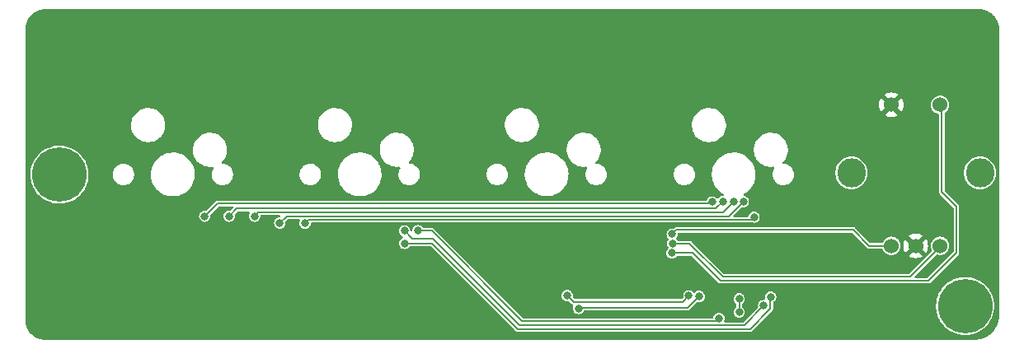
<source format=gbl>
G04 #@! TF.GenerationSoftware,KiCad,Pcbnew,6.0.11-2627ca5db0~126~ubuntu22.04.1*
G04 #@! TF.CreationDate,2024-06-10T15:46:39-04:00*
G04 #@! TF.ProjectId,io-board,696f2d62-6f61-4726-942e-6b696361645f,rev?*
G04 #@! TF.SameCoordinates,Original*
G04 #@! TF.FileFunction,Copper,L2,Bot*
G04 #@! TF.FilePolarity,Positive*
%FSLAX46Y46*%
G04 Gerber Fmt 4.6, Leading zero omitted, Abs format (unit mm)*
G04 Created by KiCad (PCBNEW 6.0.11-2627ca5db0~126~ubuntu22.04.1) date 2024-06-10 15:46:39*
%MOMM*%
%LPD*%
G01*
G04 APERTURE LIST*
G04 #@! TA.AperFunction,ComponentPad*
%ADD10C,5.600000*%
G04 #@! TD*
G04 #@! TA.AperFunction,ComponentPad*
%ADD11C,1.524000*%
G04 #@! TD*
G04 #@! TA.AperFunction,ComponentPad*
%ADD12O,2.900000X3.000000*%
G04 #@! TD*
G04 #@! TA.AperFunction,ViaPad*
%ADD13C,0.800000*%
G04 #@! TD*
G04 #@! TA.AperFunction,Conductor*
%ADD14C,0.200000*%
G04 #@! TD*
G04 APERTURE END LIST*
D10*
X194372598Y-99740000D03*
D11*
X186800000Y-93550000D03*
X191800000Y-93550000D03*
X189300000Y-93550000D03*
X186800000Y-79050000D03*
X191800000Y-79050000D03*
D12*
X182700000Y-86050000D03*
X195900000Y-86050000D03*
D10*
X101372598Y-86230000D03*
D13*
X164292180Y-92344655D03*
X164341424Y-93322919D03*
X164272598Y-94300000D03*
X171172598Y-100379500D03*
X171172598Y-99010000D03*
X159002598Y-85860000D03*
X169102598Y-98897402D03*
X158072598Y-97410000D03*
X127500000Y-102200000D03*
X122500000Y-102200000D03*
X132500000Y-102200000D03*
X112400000Y-102200000D03*
X158922598Y-92990000D03*
X142600000Y-102200000D03*
X107500000Y-102200000D03*
X163400000Y-96200000D03*
X168452598Y-94630000D03*
X120582598Y-85810000D03*
X137500000Y-102200000D03*
X117500000Y-102200000D03*
X178212598Y-85700000D03*
X139812598Y-85810000D03*
X167060250Y-98760250D03*
X154672598Y-99989500D03*
X153517118Y-98665480D03*
X166000000Y-98700000D03*
X168383812Y-89034665D03*
X116300000Y-90500000D03*
X118800000Y-90500000D03*
X169500000Y-89000000D03*
X121400000Y-90500000D03*
X170600000Y-89000000D03*
X171600000Y-89000000D03*
X124000000Y-91200000D03*
X172700000Y-90600000D03*
X126596224Y-91210019D03*
X138200000Y-92000000D03*
X169100000Y-101000000D03*
X173700000Y-99700000D03*
X136800000Y-92000000D03*
X174400000Y-98800000D03*
X136800000Y-93300000D03*
D14*
X164292180Y-92344655D02*
X164726835Y-91910000D01*
X164726835Y-91910000D02*
X182872598Y-91910000D01*
X182872598Y-91910000D02*
X184512598Y-93550000D01*
X184512598Y-93550000D02*
X186800000Y-93550000D01*
X169482598Y-96720000D02*
X188762598Y-96720000D01*
X164341424Y-93322919D02*
X166085517Y-93322919D01*
X166085517Y-93322919D02*
X169482598Y-96720000D01*
X188762598Y-96720000D02*
X191800000Y-93682598D01*
X191800000Y-93682598D02*
X191800000Y-93550000D01*
X191982598Y-88030000D02*
X191982598Y-79232598D01*
X166400000Y-94300000D02*
X169240000Y-97140000D01*
X193492598Y-94270000D02*
X193492598Y-89540000D01*
X193492598Y-89540000D02*
X191982598Y-88030000D01*
X169240000Y-97140000D02*
X190622598Y-97140000D01*
X164272598Y-94300000D02*
X166400000Y-94300000D01*
X190622598Y-97140000D02*
X193492598Y-94270000D01*
X191982598Y-79232598D02*
X191800000Y-79050000D01*
X171172598Y-99010000D02*
X171172598Y-100379500D01*
X167060250Y-98760250D02*
X165910500Y-99910000D01*
X154752098Y-99910000D02*
X154672598Y-99989500D01*
X165910500Y-99910000D02*
X154752098Y-99910000D01*
X165390000Y-99310000D02*
X154161638Y-99310000D01*
X166000000Y-98700000D02*
X165390000Y-99310000D01*
X154161638Y-99310000D02*
X153517118Y-98665480D01*
X117600000Y-89200000D02*
X168218477Y-89200000D01*
X168218477Y-89200000D02*
X168383812Y-89034665D01*
X116300000Y-90500000D02*
X117600000Y-89200000D01*
X119585335Y-89714665D02*
X168785335Y-89714665D01*
X168785335Y-89714665D02*
X169500000Y-89000000D01*
X118800000Y-90500000D02*
X119585335Y-89714665D01*
X121400000Y-90500000D02*
X121805835Y-90094165D01*
X121805835Y-90094165D02*
X169505835Y-90094165D01*
X169505835Y-90094165D02*
X170600000Y-89000000D01*
X124700000Y-90500000D02*
X170100000Y-90500000D01*
X170100000Y-90500000D02*
X171600000Y-89000000D01*
X124000000Y-91200000D02*
X124700000Y-90500000D01*
X126926243Y-90880000D02*
X172420000Y-90880000D01*
X172420000Y-90880000D02*
X172700000Y-90600000D01*
X126596224Y-91210019D02*
X126926243Y-90880000D01*
X169100000Y-101000000D02*
X168800000Y-101300000D01*
X148900000Y-101300000D02*
X139600000Y-92000000D01*
X139600000Y-92000000D02*
X138200000Y-92000000D01*
X168800000Y-101300000D02*
X148900000Y-101300000D01*
X148600000Y-101700000D02*
X139700000Y-92800000D01*
X171700000Y-101700000D02*
X148600000Y-101700000D01*
X173700000Y-99700000D02*
X171700000Y-101700000D01*
X139700000Y-92800000D02*
X137600000Y-92800000D01*
X137600000Y-92800000D02*
X136800000Y-92000000D01*
X174380000Y-100020000D02*
X172300000Y-102100000D01*
X148400000Y-102100000D02*
X139600000Y-93300000D01*
X174400000Y-98800000D02*
X174380000Y-98820000D01*
X174380000Y-98820000D02*
X174380000Y-100020000D01*
X139600000Y-93300000D02*
X136800000Y-93300000D01*
X172300000Y-102100000D02*
X148400000Y-102100000D01*
G04 #@! TA.AperFunction,Conductor*
G36*
X195876721Y-69211270D02*
G01*
X196039419Y-69221934D01*
X196040167Y-69221985D01*
X196130056Y-69228414D01*
X196145648Y-69230514D01*
X196288240Y-69258877D01*
X196290430Y-69259333D01*
X196303208Y-69262113D01*
X196398388Y-69282819D01*
X196412105Y-69286626D01*
X196545952Y-69332060D01*
X196549482Y-69333317D01*
X196656673Y-69373296D01*
X196668354Y-69378339D01*
X196793763Y-69440184D01*
X196798380Y-69442582D01*
X196900084Y-69498117D01*
X196909698Y-69503938D01*
X197025300Y-69581180D01*
X197030798Y-69585071D01*
X197124073Y-69654896D01*
X197131641Y-69661032D01*
X197235936Y-69752496D01*
X197241954Y-69758133D01*
X197324467Y-69840646D01*
X197330104Y-69846663D01*
X197421562Y-69950951D01*
X197427692Y-69958512D01*
X197497536Y-70051811D01*
X197497540Y-70051817D01*
X197501437Y-70057325D01*
X197578657Y-70172894D01*
X197584475Y-70182502D01*
X197640046Y-70284272D01*
X197642413Y-70288831D01*
X197704253Y-70414229D01*
X197709303Y-70425925D01*
X197749279Y-70533105D01*
X197750536Y-70536636D01*
X197795975Y-70670495D01*
X197799782Y-70684212D01*
X197823263Y-70792150D01*
X197823722Y-70794354D01*
X197852086Y-70936956D01*
X197854186Y-70952547D01*
X197857275Y-70995729D01*
X197860632Y-71042673D01*
X197860656Y-71043026D01*
X197871328Y-71205843D01*
X197871598Y-71214084D01*
X197871598Y-100706202D01*
X197871368Y-100713810D01*
X197859648Y-100907554D01*
X197859608Y-100908186D01*
X197853042Y-101008369D01*
X197851249Y-101022834D01*
X197820477Y-101190752D01*
X197820154Y-101192444D01*
X197803620Y-101275568D01*
X197795243Y-101317683D01*
X197791959Y-101330586D01*
X197742780Y-101488407D01*
X197741798Y-101491424D01*
X197699106Y-101617189D01*
X197694693Y-101628398D01*
X197664269Y-101695999D01*
X197627736Y-101777172D01*
X197625870Y-101781131D01*
X197575457Y-101883358D01*
X197566183Y-101902164D01*
X197561008Y-101911614D01*
X197477165Y-102050307D01*
X197474124Y-102055090D01*
X197398629Y-102168076D01*
X197393050Y-102175780D01*
X197323915Y-102264024D01*
X197293426Y-102302940D01*
X197288973Y-102308311D01*
X197199118Y-102410771D01*
X197193481Y-102416788D01*
X197079382Y-102530887D01*
X197073379Y-102536511D01*
X196970884Y-102626396D01*
X196965551Y-102630818D01*
X196838378Y-102730451D01*
X196830690Y-102736019D01*
X196787178Y-102765093D01*
X196717710Y-102811510D01*
X196712892Y-102814574D01*
X196574203Y-102898414D01*
X196564756Y-102903586D01*
X196443758Y-102963256D01*
X196439787Y-102965128D01*
X196335159Y-103012217D01*
X196290990Y-103032096D01*
X196279780Y-103036509D01*
X196154049Y-103079189D01*
X196151034Y-103080171D01*
X195993185Y-103129359D01*
X195980282Y-103132643D01*
X195855014Y-103157560D01*
X195853331Y-103157881D01*
X195685434Y-103188650D01*
X195670986Y-103190441D01*
X195570748Y-103197011D01*
X195570245Y-103197043D01*
X195435050Y-103205221D01*
X195376369Y-103208770D01*
X195368762Y-103209000D01*
X99876717Y-103209000D01*
X99868476Y-103208730D01*
X99705712Y-103198061D01*
X99704964Y-103198010D01*
X99615147Y-103191586D01*
X99599555Y-103189486D01*
X99456975Y-103161125D01*
X99454773Y-103160667D01*
X99346805Y-103137180D01*
X99333087Y-103133372D01*
X99199244Y-103087939D01*
X99195771Y-103086703D01*
X99088501Y-103046693D01*
X99076832Y-103041655D01*
X98951469Y-102979832D01*
X98946832Y-102977423D01*
X98845111Y-102921879D01*
X98835495Y-102916057D01*
X98719923Y-102838835D01*
X98714441Y-102834957D01*
X98621103Y-102765085D01*
X98613545Y-102758957D01*
X98509277Y-102667516D01*
X98503260Y-102661880D01*
X98420717Y-102579338D01*
X98415080Y-102573319D01*
X98385311Y-102539373D01*
X98323641Y-102469052D01*
X98317505Y-102461484D01*
X98247664Y-102368187D01*
X98243767Y-102362680D01*
X98166544Y-102247107D01*
X98160722Y-102237491D01*
X98105178Y-102135771D01*
X98102759Y-102131113D01*
X98102010Y-102129593D01*
X98040948Y-102005772D01*
X98035898Y-101994077D01*
X97995919Y-101886890D01*
X97994662Y-101883358D01*
X97949226Y-101749508D01*
X97945418Y-101735790D01*
X97921933Y-101627830D01*
X97921475Y-101625628D01*
X97893113Y-101483042D01*
X97891013Y-101467450D01*
X97884600Y-101377788D01*
X97884549Y-101377041D01*
X97882305Y-101342809D01*
X97882035Y-101334604D01*
X97879672Y-93300000D01*
X136214491Y-93300000D01*
X136234442Y-93451541D01*
X136292934Y-93592754D01*
X136311850Y-93617405D01*
X136380954Y-93707464D01*
X136380957Y-93707467D01*
X136385983Y-93714017D01*
X136392533Y-93719043D01*
X136392534Y-93719044D01*
X136437195Y-93753314D01*
X136507245Y-93807066D01*
X136648459Y-93865558D01*
X136800000Y-93885509D01*
X136951541Y-93865558D01*
X137092755Y-93807066D01*
X137162805Y-93753314D01*
X137207466Y-93719044D01*
X137207467Y-93719043D01*
X137214017Y-93714017D01*
X137278644Y-93629794D01*
X137335979Y-93587929D01*
X137378604Y-93580500D01*
X139431623Y-93580500D01*
X139499744Y-93600502D01*
X139520718Y-93617405D01*
X148167337Y-102264024D01*
X148168682Y-102265582D01*
X148170909Y-102270138D01*
X148179437Y-102278049D01*
X148179438Y-102278050D01*
X148204308Y-102301120D01*
X148207713Y-102304400D01*
X148220105Y-102316792D01*
X148223896Y-102319392D01*
X148225961Y-102321205D01*
X148247518Y-102341203D01*
X148258322Y-102345513D01*
X148264236Y-102349252D01*
X148268403Y-102351477D01*
X148274798Y-102354311D01*
X148284389Y-102360890D01*
X148295707Y-102363576D01*
X148306173Y-102366060D01*
X148323770Y-102371625D01*
X148336316Y-102376630D01*
X148344573Y-102379924D01*
X148350447Y-102380500D01*
X148353528Y-102380500D01*
X148356598Y-102380650D01*
X148356581Y-102381004D01*
X148363122Y-102381769D01*
X148363122Y-102381763D01*
X148374740Y-102382331D01*
X148386061Y-102385018D01*
X148397590Y-102383449D01*
X148397591Y-102383449D01*
X148410802Y-102381651D01*
X148427793Y-102380500D01*
X172251467Y-102380500D01*
X172253515Y-102380650D01*
X172258314Y-102382298D01*
X172303827Y-102380589D01*
X172308555Y-102380500D01*
X172326090Y-102380500D01*
X172330602Y-102379659D01*
X172333386Y-102379479D01*
X172351108Y-102378814D01*
X172351111Y-102378813D01*
X172362735Y-102378377D01*
X172373425Y-102373785D01*
X172380248Y-102372247D01*
X172384784Y-102370869D01*
X172391294Y-102368357D01*
X172402728Y-102366227D01*
X172421792Y-102354476D01*
X172438168Y-102345969D01*
X172450571Y-102340640D01*
X172458743Y-102337129D01*
X172463304Y-102333383D01*
X172465500Y-102331187D01*
X172467762Y-102329136D01*
X172468001Y-102329399D01*
X172473165Y-102325317D01*
X172473161Y-102325313D01*
X172481778Y-102317500D01*
X172491682Y-102311395D01*
X172506806Y-102291506D01*
X172518000Y-102278687D01*
X174544024Y-100252663D01*
X174545582Y-100251318D01*
X174550138Y-100249091D01*
X174562145Y-100236148D01*
X174581120Y-100215692D01*
X174584400Y-100212287D01*
X174596792Y-100199895D01*
X174599392Y-100196104D01*
X174601205Y-100194039D01*
X174621203Y-100172482D01*
X174625513Y-100161678D01*
X174629252Y-100155764D01*
X174631477Y-100151597D01*
X174634311Y-100145202D01*
X174640890Y-100135611D01*
X174646060Y-100113827D01*
X174651625Y-100096230D01*
X174656630Y-100083684D01*
X174656630Y-100083683D01*
X174659924Y-100075427D01*
X174660500Y-100069553D01*
X174660500Y-100066472D01*
X174660650Y-100063402D01*
X174661004Y-100063419D01*
X174661769Y-100056878D01*
X174661763Y-100056878D01*
X174662331Y-100045260D01*
X174665018Y-100033939D01*
X174661651Y-100009198D01*
X174660500Y-99992207D01*
X174660500Y-99646222D01*
X191388520Y-99646222D01*
X191388615Y-99649852D01*
X191388615Y-99649853D01*
X191395188Y-99900856D01*
X191397518Y-99989824D01*
X191398028Y-99993410D01*
X191398029Y-99993418D01*
X191413414Y-100101515D01*
X191445948Y-100330116D01*
X191446867Y-100333619D01*
X191446868Y-100333624D01*
X191517517Y-100602919D01*
X191533170Y-100662586D01*
X191658027Y-100982828D01*
X191671550Y-101008369D01*
X191778204Y-101209802D01*
X191818864Y-101286596D01*
X191820921Y-101289589D01*
X192011493Y-101566873D01*
X192011499Y-101566880D01*
X192013550Y-101569865D01*
X192239503Y-101828881D01*
X192242188Y-101831324D01*
X192452327Y-102022535D01*
X192493730Y-102060209D01*
X192772860Y-102260784D01*
X192776040Y-102262554D01*
X192803881Y-102278050D01*
X193073193Y-102427948D01*
X193390750Y-102559484D01*
X193394244Y-102560479D01*
X193394246Y-102560480D01*
X193717819Y-102652652D01*
X193717824Y-102652653D01*
X193721320Y-102653649D01*
X193724901Y-102654235D01*
X193724908Y-102654237D01*
X194056943Y-102708610D01*
X194056947Y-102708610D01*
X194060523Y-102709196D01*
X194064149Y-102709367D01*
X194400235Y-102725216D01*
X194400236Y-102725216D01*
X194403862Y-102725387D01*
X194415640Y-102724584D01*
X194743156Y-102702257D01*
X194743164Y-102702256D01*
X194746787Y-102702009D01*
X194750363Y-102701346D01*
X194750365Y-102701346D01*
X195081187Y-102640032D01*
X195081191Y-102640031D01*
X195084752Y-102639371D01*
X195344428Y-102559484D01*
X195409800Y-102539373D01*
X195413278Y-102538303D01*
X195728010Y-102400145D01*
X195759300Y-102381861D01*
X196021637Y-102228564D01*
X196021639Y-102228563D01*
X196024777Y-102226729D01*
X196047725Y-102209499D01*
X196296738Y-102022535D01*
X196296742Y-102022532D01*
X196299645Y-102020352D01*
X196548971Y-101783750D01*
X196769451Y-101520060D01*
X196801729Y-101470922D01*
X196883890Y-101345842D01*
X196958161Y-101232775D01*
X197069591Y-101011221D01*
X197110974Y-100928941D01*
X197110977Y-100928933D01*
X197112601Y-100925705D01*
X197191538Y-100710000D01*
X197229476Y-100606330D01*
X197229477Y-100606326D01*
X197230724Y-100602919D01*
X197231569Y-100599397D01*
X197231572Y-100599389D01*
X197310117Y-100272225D01*
X197310118Y-100272221D01*
X197310964Y-100268696D01*
X197313042Y-100251522D01*
X197351922Y-99930243D01*
X197351923Y-99930236D01*
X197352258Y-99927464D01*
X197355311Y-99830328D01*
X197358061Y-99742797D01*
X197358149Y-99740000D01*
X197355655Y-99696746D01*
X197338572Y-99400469D01*
X197338571Y-99400464D01*
X197338363Y-99396849D01*
X197318931Y-99285509D01*
X197279891Y-99061820D01*
X197279889Y-99061813D01*
X197279267Y-99058247D01*
X197270288Y-99027932D01*
X197207813Y-98817021D01*
X197181646Y-98728681D01*
X197173974Y-98710693D01*
X197108267Y-98556648D01*
X197046791Y-98412519D01*
X197043784Y-98407246D01*
X196878283Y-98117092D01*
X196876492Y-98113952D01*
X196852323Y-98081049D01*
X196675148Y-97839856D01*
X196673005Y-97836938D01*
X196439027Y-97585148D01*
X196177659Y-97361919D01*
X196174332Y-97359683D01*
X196100601Y-97310138D01*
X195892367Y-97170211D01*
X195586931Y-97012563D01*
X195265400Y-96891067D01*
X194932034Y-96807331D01*
X194768807Y-96785842D01*
X194594858Y-96762941D01*
X194594850Y-96762940D01*
X194591254Y-96762467D01*
X194448377Y-96760222D01*
X194251218Y-96757125D01*
X194251214Y-96757125D01*
X194247576Y-96757068D01*
X194243962Y-96757429D01*
X194243956Y-96757429D01*
X194002232Y-96781556D01*
X193905555Y-96791206D01*
X193569724Y-96864429D01*
X193566297Y-96865602D01*
X193566291Y-96865604D01*
X193488170Y-96892351D01*
X193244535Y-96975766D01*
X192934298Y-97123742D01*
X192643125Y-97306394D01*
X192640289Y-97308666D01*
X192640282Y-97308671D01*
X192495056Y-97425019D01*
X192374874Y-97521303D01*
X192372331Y-97523873D01*
X192372323Y-97523880D01*
X192135654Y-97763042D01*
X192133103Y-97765620D01*
X192130862Y-97768478D01*
X192074895Y-97839856D01*
X191921015Y-98036106D01*
X191741422Y-98329176D01*
X191739895Y-98332466D01*
X191739890Y-98332475D01*
X191619907Y-98590956D01*
X191596703Y-98640945D01*
X191595563Y-98644392D01*
X191489916Y-98963837D01*
X191489913Y-98963847D01*
X191488777Y-98967283D01*
X191488041Y-98970838D01*
X191488040Y-98970841D01*
X191419810Y-99300312D01*
X191419075Y-99303862D01*
X191407903Y-99429044D01*
X191393683Y-99588377D01*
X191388520Y-99646222D01*
X174660500Y-99646222D01*
X174660500Y-99393953D01*
X174680502Y-99325832D01*
X174709795Y-99293991D01*
X174807466Y-99219044D01*
X174807467Y-99219043D01*
X174814017Y-99214017D01*
X174819043Y-99207467D01*
X174819046Y-99207464D01*
X174875077Y-99134442D01*
X174907066Y-99092754D01*
X174965558Y-98951541D01*
X174985509Y-98800000D01*
X174965558Y-98648459D01*
X174907066Y-98507246D01*
X174844393Y-98425569D01*
X174819046Y-98392536D01*
X174819043Y-98392533D01*
X174814017Y-98385983D01*
X174805827Y-98379698D01*
X174699305Y-98297960D01*
X174692755Y-98292934D01*
X174551541Y-98234442D01*
X174400000Y-98214491D01*
X174248459Y-98234442D01*
X174107246Y-98292934D01*
X173985983Y-98385983D01*
X173892934Y-98507246D01*
X173834442Y-98648459D01*
X173814491Y-98800000D01*
X173815569Y-98808188D01*
X173824533Y-98876272D01*
X173834442Y-98951541D01*
X173836991Y-98957696D01*
X173835321Y-99027932D01*
X173795528Y-99086729D01*
X173730264Y-99114678D01*
X173715303Y-99115569D01*
X173708188Y-99115569D01*
X173700000Y-99114491D01*
X173548459Y-99134442D01*
X173407246Y-99192934D01*
X173285983Y-99285983D01*
X173192934Y-99407246D01*
X173134442Y-99548459D01*
X173114491Y-99700000D01*
X173127775Y-99800896D01*
X173128348Y-99805250D01*
X173117409Y-99875399D01*
X173092521Y-99910792D01*
X171620718Y-101382595D01*
X171558406Y-101416621D01*
X171531623Y-101419500D01*
X169743138Y-101419500D01*
X169675017Y-101399498D01*
X169628524Y-101345842D01*
X169618420Y-101275568D01*
X169626729Y-101245282D01*
X169630657Y-101235801D01*
X169665558Y-101151541D01*
X169685509Y-101000000D01*
X169665558Y-100848459D01*
X169607066Y-100707246D01*
X169524304Y-100599389D01*
X169519046Y-100592536D01*
X169519043Y-100592533D01*
X169514017Y-100585983D01*
X169473716Y-100555058D01*
X169399305Y-100497960D01*
X169392755Y-100492934D01*
X169251541Y-100434442D01*
X169100000Y-100414491D01*
X168948459Y-100434442D01*
X168807246Y-100492934D01*
X168685983Y-100585983D01*
X168592934Y-100707246D01*
X168534442Y-100848459D01*
X168533364Y-100856648D01*
X168533364Y-100856649D01*
X168526347Y-100909946D01*
X168497625Y-100974873D01*
X168438360Y-101013965D01*
X168401425Y-101019500D01*
X149068377Y-101019500D01*
X149000256Y-100999498D01*
X148979282Y-100982595D01*
X146662167Y-98665480D01*
X152931609Y-98665480D01*
X152951560Y-98817021D01*
X153010052Y-98958234D01*
X153043491Y-99001812D01*
X153098072Y-99072944D01*
X153098075Y-99072947D01*
X153103101Y-99079497D01*
X153109651Y-99084523D01*
X153109652Y-99084524D01*
X153148705Y-99114491D01*
X153224363Y-99172546D01*
X153365577Y-99231038D01*
X153517118Y-99250989D01*
X153622369Y-99237132D01*
X153692517Y-99248071D01*
X153727910Y-99272959D01*
X153928975Y-99474024D01*
X153930320Y-99475582D01*
X153932547Y-99480138D01*
X153941075Y-99488049D01*
X153941076Y-99488050D01*
X153965946Y-99511120D01*
X153969351Y-99514400D01*
X153981743Y-99526792D01*
X153985531Y-99529391D01*
X153987608Y-99531214D01*
X154009156Y-99551203D01*
X154019958Y-99555512D01*
X154025861Y-99559244D01*
X154030049Y-99561480D01*
X154036432Y-99564309D01*
X154046027Y-99570891D01*
X154058376Y-99573822D01*
X154060035Y-99574769D01*
X154067982Y-99578290D01*
X154067624Y-99579099D01*
X154120038Y-99609009D01*
X154152888Y-99671948D01*
X154145696Y-99744634D01*
X154107040Y-99837959D01*
X154087089Y-99989500D01*
X154107040Y-100141041D01*
X154165532Y-100282254D01*
X154199500Y-100326522D01*
X154253552Y-100396964D01*
X154253555Y-100396967D01*
X154258581Y-100403517D01*
X154265131Y-100408543D01*
X154265132Y-100408544D01*
X154303002Y-100437603D01*
X154379843Y-100496566D01*
X154521057Y-100555058D01*
X154672598Y-100575009D01*
X154824139Y-100555058D01*
X154965353Y-100496566D01*
X155042194Y-100437603D01*
X155080064Y-100408544D01*
X155080065Y-100408543D01*
X155086615Y-100403517D01*
X155091641Y-100396967D01*
X155091644Y-100396964D01*
X155105045Y-100379500D01*
X170587089Y-100379500D01*
X170607040Y-100531041D01*
X170665532Y-100672254D01*
X170697419Y-100713810D01*
X170753552Y-100786964D01*
X170753555Y-100786967D01*
X170758581Y-100793517D01*
X170879843Y-100886566D01*
X171021057Y-100945058D01*
X171172598Y-100965009D01*
X171324139Y-100945058D01*
X171465353Y-100886566D01*
X171586615Y-100793517D01*
X171591641Y-100786967D01*
X171591644Y-100786964D01*
X171647777Y-100713810D01*
X171679664Y-100672254D01*
X171738156Y-100531041D01*
X171758107Y-100379500D01*
X171738156Y-100227959D01*
X171679664Y-100086746D01*
X171611327Y-99997688D01*
X171591644Y-99972036D01*
X171591641Y-99972033D01*
X171586615Y-99965483D01*
X171540690Y-99930243D01*
X171502393Y-99900856D01*
X171460526Y-99843517D01*
X171453098Y-99800894D01*
X171453098Y-99588606D01*
X171473100Y-99520485D01*
X171502393Y-99488644D01*
X171580064Y-99429044D01*
X171580065Y-99429043D01*
X171586615Y-99424017D01*
X171591641Y-99417467D01*
X171591644Y-99417464D01*
X171647492Y-99344681D01*
X171679664Y-99302754D01*
X171738156Y-99161541D01*
X171758107Y-99010000D01*
X171738156Y-98858459D01*
X171679664Y-98717246D01*
X171602664Y-98616898D01*
X171591644Y-98602536D01*
X171591641Y-98602533D01*
X171586615Y-98595983D01*
X171535354Y-98556648D01*
X171471903Y-98507960D01*
X171465353Y-98502934D01*
X171324139Y-98444442D01*
X171172598Y-98424491D01*
X171021057Y-98444442D01*
X170879844Y-98502934D01*
X170758581Y-98595983D01*
X170665532Y-98717246D01*
X170607040Y-98858459D01*
X170587089Y-99010000D01*
X170607040Y-99161541D01*
X170665532Y-99302754D01*
X170697704Y-99344681D01*
X170753552Y-99417464D01*
X170753555Y-99417467D01*
X170758581Y-99424017D01*
X170765131Y-99429043D01*
X170765132Y-99429044D01*
X170842803Y-99488644D01*
X170884670Y-99545983D01*
X170892098Y-99588606D01*
X170892098Y-99800896D01*
X170872096Y-99869017D01*
X170842807Y-99900854D01*
X170758581Y-99965483D01*
X170665532Y-100086746D01*
X170607040Y-100227959D01*
X170587089Y-100379500D01*
X155105045Y-100379500D01*
X155145696Y-100326522D01*
X155179664Y-100282254D01*
X155185450Y-100268285D01*
X155229997Y-100213003D01*
X155301860Y-100190500D01*
X165861967Y-100190500D01*
X165864015Y-100190650D01*
X165868814Y-100192298D01*
X165914327Y-100190589D01*
X165919055Y-100190500D01*
X165936590Y-100190500D01*
X165941102Y-100189659D01*
X165943886Y-100189479D01*
X165961608Y-100188814D01*
X165961611Y-100188813D01*
X165973235Y-100188377D01*
X165983925Y-100183785D01*
X165990748Y-100182247D01*
X165995284Y-100180869D01*
X166001794Y-100178357D01*
X166013228Y-100176227D01*
X166032292Y-100164476D01*
X166048668Y-100155969D01*
X166061071Y-100150640D01*
X166069243Y-100147129D01*
X166073804Y-100143383D01*
X166076000Y-100141187D01*
X166078262Y-100139136D01*
X166078501Y-100139399D01*
X166083665Y-100135317D01*
X166083661Y-100135313D01*
X166092278Y-100127500D01*
X166102182Y-100121395D01*
X166117306Y-100101506D01*
X166128500Y-100088687D01*
X166849458Y-99367729D01*
X166911770Y-99333703D01*
X166954998Y-99331902D01*
X167060250Y-99345759D01*
X167211791Y-99325808D01*
X167353005Y-99267316D01*
X167361911Y-99260482D01*
X167467716Y-99179294D01*
X167467717Y-99179293D01*
X167474267Y-99174267D01*
X167479293Y-99167717D01*
X167479296Y-99167714D01*
X167531786Y-99099307D01*
X167567316Y-99053004D01*
X167625808Y-98911791D01*
X167645759Y-98760250D01*
X167625808Y-98608709D01*
X167567316Y-98467496D01*
X167509797Y-98392536D01*
X167479296Y-98352786D01*
X167479293Y-98352783D01*
X167474267Y-98346233D01*
X167463988Y-98338345D01*
X167359555Y-98258210D01*
X167353005Y-98253184D01*
X167211791Y-98194692D01*
X167060250Y-98174741D01*
X166908709Y-98194692D01*
X166767496Y-98253184D01*
X166646233Y-98346233D01*
X166642434Y-98351184D01*
X166580941Y-98384763D01*
X166510126Y-98379698D01*
X166454197Y-98338347D01*
X166414017Y-98285983D01*
X166377567Y-98258013D01*
X166299305Y-98197960D01*
X166292755Y-98192934D01*
X166151541Y-98134442D01*
X166000000Y-98114491D01*
X165848459Y-98134442D01*
X165707246Y-98192934D01*
X165585983Y-98285983D01*
X165492934Y-98407246D01*
X165434442Y-98548459D01*
X165414491Y-98700000D01*
X165427657Y-98800000D01*
X165428348Y-98805250D01*
X165417409Y-98875399D01*
X165392521Y-98910792D01*
X165310718Y-98992595D01*
X165248406Y-99026621D01*
X165221623Y-99029500D01*
X154330015Y-99029500D01*
X154261894Y-99009498D01*
X154240920Y-98992595D01*
X154124597Y-98876272D01*
X154090571Y-98813960D01*
X154088770Y-98770730D01*
X154093848Y-98732166D01*
X154102627Y-98665480D01*
X154082676Y-98513939D01*
X154024184Y-98372726D01*
X153962651Y-98292535D01*
X153936164Y-98258016D01*
X153936161Y-98258013D01*
X153931135Y-98251463D01*
X153861414Y-98197963D01*
X153816423Y-98163440D01*
X153809873Y-98158414D01*
X153668659Y-98099922D01*
X153517118Y-98079971D01*
X153365577Y-98099922D01*
X153224364Y-98158414D01*
X153103101Y-98251463D01*
X153010052Y-98372726D01*
X152951560Y-98513939D01*
X152931609Y-98665480D01*
X146662167Y-98665480D01*
X142296687Y-94300000D01*
X163687089Y-94300000D01*
X163707040Y-94451541D01*
X163765532Y-94592754D01*
X163793956Y-94629796D01*
X163853552Y-94707464D01*
X163853555Y-94707467D01*
X163858581Y-94714017D01*
X163865131Y-94719043D01*
X163865132Y-94719044D01*
X163973293Y-94802040D01*
X163979843Y-94807066D01*
X164121057Y-94865558D01*
X164272598Y-94885509D01*
X164424139Y-94865558D01*
X164565353Y-94807066D01*
X164571903Y-94802040D01*
X164680064Y-94719044D01*
X164680065Y-94719043D01*
X164686615Y-94714017D01*
X164751242Y-94629794D01*
X164808577Y-94587929D01*
X164851202Y-94580500D01*
X166231623Y-94580500D01*
X166299744Y-94600502D01*
X166320718Y-94617405D01*
X169007337Y-97304024D01*
X169008682Y-97305582D01*
X169010909Y-97310138D01*
X169019437Y-97318049D01*
X169019438Y-97318050D01*
X169044308Y-97341120D01*
X169047713Y-97344400D01*
X169060105Y-97356792D01*
X169063893Y-97359391D01*
X169065970Y-97361214D01*
X169087518Y-97381203D01*
X169098320Y-97385512D01*
X169104223Y-97389244D01*
X169108411Y-97391480D01*
X169114794Y-97394309D01*
X169124389Y-97400891D01*
X169146192Y-97406065D01*
X169163770Y-97411625D01*
X169184573Y-97419924D01*
X169190447Y-97420500D01*
X169193531Y-97420500D01*
X169196598Y-97420650D01*
X169196581Y-97421004D01*
X169203122Y-97421770D01*
X169203122Y-97421764D01*
X169214740Y-97422332D01*
X169226061Y-97425019D01*
X169237590Y-97423450D01*
X169237591Y-97423450D01*
X169250809Y-97421651D01*
X169267800Y-97420500D01*
X190574065Y-97420500D01*
X190576113Y-97420650D01*
X190580912Y-97422298D01*
X190626425Y-97420589D01*
X190631153Y-97420500D01*
X190648688Y-97420500D01*
X190653200Y-97419659D01*
X190655984Y-97419479D01*
X190673706Y-97418814D01*
X190673709Y-97418813D01*
X190685333Y-97418377D01*
X190696023Y-97413785D01*
X190702846Y-97412247D01*
X190707382Y-97410869D01*
X190713892Y-97408357D01*
X190725326Y-97406227D01*
X190744390Y-97394476D01*
X190760766Y-97385969D01*
X190773169Y-97380640D01*
X190781341Y-97377129D01*
X190785902Y-97373383D01*
X190788098Y-97371187D01*
X190790360Y-97369136D01*
X190790599Y-97369399D01*
X190795763Y-97365317D01*
X190795759Y-97365313D01*
X190804376Y-97357500D01*
X190814280Y-97351395D01*
X190829404Y-97331506D01*
X190840598Y-97318687D01*
X193656622Y-94502663D01*
X193658180Y-94501318D01*
X193662736Y-94499091D01*
X193693718Y-94465692D01*
X193696998Y-94462287D01*
X193709390Y-94449895D01*
X193711989Y-94446107D01*
X193713816Y-94444026D01*
X193725892Y-94431008D01*
X193733801Y-94422482D01*
X193738110Y-94411680D01*
X193741842Y-94405777D01*
X193744078Y-94401589D01*
X193746907Y-94395206D01*
X193753489Y-94385611D01*
X193758663Y-94363808D01*
X193764223Y-94346230D01*
X193772522Y-94325427D01*
X193773098Y-94319553D01*
X193773098Y-94316469D01*
X193773248Y-94313402D01*
X193773602Y-94313419D01*
X193774368Y-94306878D01*
X193774362Y-94306878D01*
X193774930Y-94295260D01*
X193777617Y-94283939D01*
X193774249Y-94259193D01*
X193773098Y-94242201D01*
X193773098Y-89588527D01*
X193773248Y-89586483D01*
X193774895Y-89581686D01*
X193773187Y-89536188D01*
X193773098Y-89531461D01*
X193773098Y-89513910D01*
X193772257Y-89509395D01*
X193772077Y-89506613D01*
X193771832Y-89500104D01*
X193770975Y-89477264D01*
X193766382Y-89466574D01*
X193764844Y-89459749D01*
X193763474Y-89455240D01*
X193760956Y-89448713D01*
X193758825Y-89437272D01*
X193747075Y-89418209D01*
X193738567Y-89401831D01*
X193733240Y-89389432D01*
X193733239Y-89389430D01*
X193729727Y-89381256D01*
X193725980Y-89376695D01*
X193723796Y-89374511D01*
X193721743Y-89372247D01*
X193722005Y-89372009D01*
X193717915Y-89366835D01*
X193717911Y-89366839D01*
X193710098Y-89358222D01*
X193703993Y-89348318D01*
X193684104Y-89333194D01*
X193671285Y-89322000D01*
X192300003Y-87950718D01*
X192265977Y-87888406D01*
X192263098Y-87861623D01*
X192263098Y-86164065D01*
X194269500Y-86164065D01*
X194269693Y-86166513D01*
X194269693Y-86166522D01*
X194269736Y-86167062D01*
X194284594Y-86355855D01*
X194285748Y-86360662D01*
X194285749Y-86360668D01*
X194313849Y-86477710D01*
X194344507Y-86605410D01*
X194346400Y-86609981D01*
X194346401Y-86609983D01*
X194434894Y-86823624D01*
X194442721Y-86842521D01*
X194576819Y-87061347D01*
X194580036Y-87065114D01*
X194580037Y-87065115D01*
X194690567Y-87194530D01*
X194743497Y-87256503D01*
X194747259Y-87259716D01*
X194933689Y-87418941D01*
X194938653Y-87423181D01*
X195157479Y-87557279D01*
X195162049Y-87559172D01*
X195162051Y-87559173D01*
X195390017Y-87653599D01*
X195394590Y-87655493D01*
X195481652Y-87676395D01*
X195639332Y-87714251D01*
X195639338Y-87714252D01*
X195644145Y-87715406D01*
X195900000Y-87735542D01*
X196155855Y-87715406D01*
X196160662Y-87714252D01*
X196160668Y-87714251D01*
X196318348Y-87676395D01*
X196405410Y-87655493D01*
X196409983Y-87653599D01*
X196637949Y-87559173D01*
X196637951Y-87559172D01*
X196642521Y-87557279D01*
X196861347Y-87423181D01*
X196866312Y-87418941D01*
X197052741Y-87259716D01*
X197056503Y-87256503D01*
X197109433Y-87194530D01*
X197219963Y-87065115D01*
X197219964Y-87065114D01*
X197223181Y-87061347D01*
X197357279Y-86842521D01*
X197365107Y-86823624D01*
X197453599Y-86609983D01*
X197453600Y-86609981D01*
X197455493Y-86605410D01*
X197486151Y-86477710D01*
X197514251Y-86360668D01*
X197514252Y-86360662D01*
X197515406Y-86355855D01*
X197530264Y-86167062D01*
X197530307Y-86166522D01*
X197530307Y-86166513D01*
X197530500Y-86164065D01*
X197530500Y-85935935D01*
X197515406Y-85744145D01*
X197514252Y-85739338D01*
X197514251Y-85739332D01*
X197456648Y-85499402D01*
X197455493Y-85494590D01*
X197453599Y-85490017D01*
X197359173Y-85262051D01*
X197359172Y-85262049D01*
X197357279Y-85257479D01*
X197223181Y-85038653D01*
X197056503Y-84843497D01*
X196937802Y-84742117D01*
X196865115Y-84680037D01*
X196865114Y-84680036D01*
X196861347Y-84676819D01*
X196642521Y-84542721D01*
X196637951Y-84540828D01*
X196637949Y-84540827D01*
X196409983Y-84446401D01*
X196409981Y-84446400D01*
X196405410Y-84444507D01*
X196318348Y-84423605D01*
X196160668Y-84385749D01*
X196160662Y-84385748D01*
X196155855Y-84384594D01*
X195900000Y-84364458D01*
X195644145Y-84384594D01*
X195639338Y-84385748D01*
X195639332Y-84385749D01*
X195481652Y-84423605D01*
X195394590Y-84444507D01*
X195390019Y-84446400D01*
X195390017Y-84446401D01*
X195162051Y-84540827D01*
X195162049Y-84540828D01*
X195157479Y-84542721D01*
X194938653Y-84676819D01*
X194934886Y-84680036D01*
X194934885Y-84680037D01*
X194862198Y-84742117D01*
X194743497Y-84843497D01*
X194576819Y-85038653D01*
X194442721Y-85257479D01*
X194440828Y-85262049D01*
X194440827Y-85262051D01*
X194346401Y-85490017D01*
X194344507Y-85494590D01*
X194343352Y-85499402D01*
X194285749Y-85739332D01*
X194285748Y-85739338D01*
X194284594Y-85744145D01*
X194269500Y-85935935D01*
X194269500Y-86164065D01*
X192263098Y-86164065D01*
X192263098Y-79942734D01*
X192283100Y-79874613D01*
X192315037Y-79840798D01*
X192428786Y-79758155D01*
X192428788Y-79758153D01*
X192434130Y-79754272D01*
X192479499Y-79703885D01*
X192562280Y-79611947D01*
X192562281Y-79611946D01*
X192566699Y-79607039D01*
X192633690Y-79491007D01*
X192662456Y-79441184D01*
X192662457Y-79441183D01*
X192665760Y-79435461D01*
X192726983Y-79247036D01*
X192747692Y-79050000D01*
X192726983Y-78852964D01*
X192665760Y-78664539D01*
X192639633Y-78619285D01*
X192570000Y-78498679D01*
X192566699Y-78492961D01*
X192434130Y-78345728D01*
X192273846Y-78229275D01*
X192267818Y-78226591D01*
X192267816Y-78226590D01*
X192098879Y-78151374D01*
X192092853Y-78148691D01*
X192086404Y-78147320D01*
X192086400Y-78147319D01*
X191988215Y-78126450D01*
X191899061Y-78107500D01*
X191700939Y-78107500D01*
X191611785Y-78126450D01*
X191513600Y-78147319D01*
X191513596Y-78147320D01*
X191507147Y-78148691D01*
X191501121Y-78151374D01*
X191332184Y-78226590D01*
X191332182Y-78226591D01*
X191326154Y-78229275D01*
X191165870Y-78345728D01*
X191033301Y-78492961D01*
X191030000Y-78498679D01*
X190960368Y-78619285D01*
X190934240Y-78664539D01*
X190873017Y-78852964D01*
X190852308Y-79050000D01*
X190873017Y-79247036D01*
X190934240Y-79435461D01*
X190937543Y-79441183D01*
X190937544Y-79441184D01*
X190966310Y-79491007D01*
X191033301Y-79607039D01*
X191037719Y-79611946D01*
X191037720Y-79611947D01*
X191120501Y-79703885D01*
X191165870Y-79754272D01*
X191171212Y-79758153D01*
X191171214Y-79758155D01*
X191284963Y-79840798D01*
X191326154Y-79870725D01*
X191332182Y-79873409D01*
X191332184Y-79873410D01*
X191336901Y-79875510D01*
X191507147Y-79951309D01*
X191585287Y-79967918D01*
X191602295Y-79971533D01*
X191664768Y-80005261D01*
X191699090Y-80067411D01*
X191702098Y-80094780D01*
X191702098Y-87981467D01*
X191701948Y-87983515D01*
X191700300Y-87988314D01*
X191700737Y-87999941D01*
X191702009Y-88033827D01*
X191702098Y-88038555D01*
X191702098Y-88056090D01*
X191702939Y-88060602D01*
X191703119Y-88063386D01*
X191703784Y-88081108D01*
X191703785Y-88081111D01*
X191704221Y-88092735D01*
X191708813Y-88103425D01*
X191710351Y-88110248D01*
X191711729Y-88114784D01*
X191714241Y-88121294D01*
X191716371Y-88132728D01*
X191722475Y-88142630D01*
X191728122Y-88151792D01*
X191736629Y-88168168D01*
X191745469Y-88188743D01*
X191749215Y-88193304D01*
X191751411Y-88195500D01*
X191753462Y-88197762D01*
X191753199Y-88198001D01*
X191757281Y-88203165D01*
X191757285Y-88203161D01*
X191765098Y-88211778D01*
X191771203Y-88221682D01*
X191791092Y-88236806D01*
X191803911Y-88248000D01*
X193175193Y-89619282D01*
X193209219Y-89681594D01*
X193212098Y-89708377D01*
X193212098Y-94101623D01*
X193192096Y-94169744D01*
X193175193Y-94190718D01*
X190543316Y-96822595D01*
X190481004Y-96856621D01*
X190454221Y-96859500D01*
X189323975Y-96859500D01*
X189255854Y-96839498D01*
X189209361Y-96785842D01*
X189199257Y-96715568D01*
X189228751Y-96650988D01*
X189234880Y-96644405D01*
X191393479Y-94485806D01*
X191455791Y-94451780D01*
X191508770Y-94451654D01*
X191522654Y-94454605D01*
X191700939Y-94492500D01*
X191899061Y-94492500D01*
X191988215Y-94473550D01*
X192086400Y-94452681D01*
X192086404Y-94452680D01*
X192092853Y-94451309D01*
X192195119Y-94405777D01*
X192267816Y-94373410D01*
X192267818Y-94373409D01*
X192273846Y-94370725D01*
X192307572Y-94346222D01*
X192428786Y-94258155D01*
X192428788Y-94258153D01*
X192434130Y-94254272D01*
X192566699Y-94107039D01*
X192634963Y-93988802D01*
X192662456Y-93941184D01*
X192662457Y-93941183D01*
X192665760Y-93935461D01*
X192726983Y-93747036D01*
X192728979Y-93728050D01*
X192747002Y-93556565D01*
X192747692Y-93550000D01*
X192726983Y-93352964D01*
X192665760Y-93164539D01*
X192658972Y-93152781D01*
X192602356Y-93054721D01*
X192566699Y-92992961D01*
X192541672Y-92965165D01*
X192438552Y-92850639D01*
X192438551Y-92850638D01*
X192434130Y-92845728D01*
X192392085Y-92815180D01*
X192279188Y-92733156D01*
X192279187Y-92733155D01*
X192273846Y-92729275D01*
X192267818Y-92726591D01*
X192267816Y-92726590D01*
X192098879Y-92651374D01*
X192092853Y-92648691D01*
X192086404Y-92647320D01*
X192086400Y-92647319D01*
X191988215Y-92626450D01*
X191899061Y-92607500D01*
X191700939Y-92607500D01*
X191611785Y-92626450D01*
X191513600Y-92647319D01*
X191513596Y-92647320D01*
X191507147Y-92648691D01*
X191501121Y-92651374D01*
X191332184Y-92726590D01*
X191332182Y-92726591D01*
X191326154Y-92729275D01*
X191320813Y-92733155D01*
X191320812Y-92733156D01*
X191207916Y-92815180D01*
X191165870Y-92845728D01*
X191161449Y-92850638D01*
X191161448Y-92850639D01*
X191058329Y-92965165D01*
X191033301Y-92992961D01*
X190997644Y-93054721D01*
X190941029Y-93152781D01*
X190934240Y-93164539D01*
X190873017Y-93352964D01*
X190852308Y-93550000D01*
X190852998Y-93556565D01*
X190871022Y-93728050D01*
X190873017Y-93747036D01*
X190934240Y-93935461D01*
X190954299Y-93970203D01*
X190965037Y-93988802D01*
X190981775Y-94057797D01*
X190958555Y-94124889D01*
X190945013Y-94140898D01*
X188683316Y-96402595D01*
X188621004Y-96436621D01*
X188594221Y-96439500D01*
X169650975Y-96439500D01*
X169582854Y-96419498D01*
X169561880Y-96402595D01*
X167768062Y-94608777D01*
X188605777Y-94608777D01*
X188615074Y-94620793D01*
X188658069Y-94650898D01*
X188667555Y-94656376D01*
X188858993Y-94745645D01*
X188869285Y-94749391D01*
X189073309Y-94804059D01*
X189084104Y-94805962D01*
X189294525Y-94824372D01*
X189305475Y-94824372D01*
X189515896Y-94805962D01*
X189526691Y-94804059D01*
X189730715Y-94749391D01*
X189741007Y-94745645D01*
X189932445Y-94656376D01*
X189941931Y-94650898D01*
X189985764Y-94620207D01*
X189994139Y-94609729D01*
X189987071Y-94596281D01*
X189312812Y-93922022D01*
X189298868Y-93914408D01*
X189297035Y-93914539D01*
X189290420Y-93918790D01*
X188612207Y-94597003D01*
X188605777Y-94608777D01*
X167768062Y-94608777D01*
X166318180Y-93158895D01*
X166316835Y-93157337D01*
X166314608Y-93152781D01*
X166281209Y-93121799D01*
X166277804Y-93118519D01*
X166265412Y-93106127D01*
X166261624Y-93103528D01*
X166259543Y-93101701D01*
X166246525Y-93089625D01*
X166237999Y-93081716D01*
X166227197Y-93077407D01*
X166221294Y-93073675D01*
X166217111Y-93071441D01*
X166210722Y-93068610D01*
X166201128Y-93062028D01*
X166189808Y-93059342D01*
X166189806Y-93059341D01*
X166179341Y-93056858D01*
X166161740Y-93051292D01*
X166140944Y-93042995D01*
X166135070Y-93042419D01*
X166131986Y-93042419D01*
X166128919Y-93042269D01*
X166128936Y-93041916D01*
X166122392Y-93041150D01*
X166122392Y-93041156D01*
X166110779Y-93040588D01*
X166099456Y-93037901D01*
X166087927Y-93039470D01*
X166087926Y-93039470D01*
X166074715Y-93041268D01*
X166057724Y-93042419D01*
X164920028Y-93042419D01*
X164851907Y-93022417D01*
X164820070Y-92993128D01*
X164755441Y-92908902D01*
X164748889Y-92903875D01*
X164743049Y-92898034D01*
X164744713Y-92896370D01*
X164709985Y-92848809D01*
X164705764Y-92777938D01*
X164728593Y-92729485D01*
X164799246Y-92637409D01*
X164857738Y-92496196D01*
X164877689Y-92344655D01*
X164876147Y-92332942D01*
X164876611Y-92329967D01*
X164876611Y-92328208D01*
X164876885Y-92328208D01*
X164887089Y-92262794D01*
X164934219Y-92209697D01*
X165001070Y-92190500D01*
X182704221Y-92190500D01*
X182772342Y-92210502D01*
X182793316Y-92227405D01*
X184279935Y-93714024D01*
X184281280Y-93715582D01*
X184283507Y-93720138D01*
X184292035Y-93728049D01*
X184292036Y-93728050D01*
X184316906Y-93751120D01*
X184320311Y-93754400D01*
X184332703Y-93766792D01*
X184336494Y-93769392D01*
X184338559Y-93771205D01*
X184360116Y-93791203D01*
X184370920Y-93795513D01*
X184376834Y-93799252D01*
X184381001Y-93801477D01*
X184387396Y-93804311D01*
X184396987Y-93810890D01*
X184408305Y-93813576D01*
X184418771Y-93816060D01*
X184436368Y-93821625D01*
X184448914Y-93826630D01*
X184457171Y-93829924D01*
X184463045Y-93830500D01*
X184466126Y-93830500D01*
X184469196Y-93830650D01*
X184469179Y-93831004D01*
X184475720Y-93831769D01*
X184475720Y-93831763D01*
X184487338Y-93832331D01*
X184498659Y-93835018D01*
X184510188Y-93833449D01*
X184510189Y-93833449D01*
X184523400Y-93831651D01*
X184540391Y-93830500D01*
X185808592Y-93830500D01*
X185876713Y-93850502D01*
X185923206Y-93904158D01*
X185928425Y-93917564D01*
X185930963Y-93925374D01*
X185934240Y-93935461D01*
X185937543Y-93941183D01*
X185937544Y-93941184D01*
X185965037Y-93988802D01*
X186033301Y-94107039D01*
X186165870Y-94254272D01*
X186171212Y-94258153D01*
X186171214Y-94258155D01*
X186292428Y-94346222D01*
X186326154Y-94370725D01*
X186332182Y-94373409D01*
X186332184Y-94373410D01*
X186404881Y-94405777D01*
X186507147Y-94451309D01*
X186513596Y-94452680D01*
X186513600Y-94452681D01*
X186611785Y-94473550D01*
X186700939Y-94492500D01*
X186899061Y-94492500D01*
X186988215Y-94473550D01*
X187086400Y-94452681D01*
X187086404Y-94452680D01*
X187092853Y-94451309D01*
X187195119Y-94405777D01*
X187267816Y-94373410D01*
X187267818Y-94373409D01*
X187273846Y-94370725D01*
X187307572Y-94346222D01*
X187428786Y-94258155D01*
X187428788Y-94258153D01*
X187434130Y-94254272D01*
X187566699Y-94107039D01*
X187634963Y-93988802D01*
X187662456Y-93941184D01*
X187662457Y-93941183D01*
X187665760Y-93935461D01*
X187726983Y-93747036D01*
X187728979Y-93728050D01*
X187747002Y-93556565D01*
X187747117Y-93555475D01*
X188025628Y-93555475D01*
X188044038Y-93765896D01*
X188045941Y-93776691D01*
X188100609Y-93980715D01*
X188104355Y-93991007D01*
X188193623Y-94182441D01*
X188199103Y-94191932D01*
X188229794Y-94235765D01*
X188240271Y-94244140D01*
X188253718Y-94237072D01*
X188927978Y-93562812D01*
X188934356Y-93551132D01*
X189664408Y-93551132D01*
X189664539Y-93552965D01*
X189668790Y-93559580D01*
X190347003Y-94237793D01*
X190358777Y-94244223D01*
X190370793Y-94234926D01*
X190400897Y-94191932D01*
X190406377Y-94182441D01*
X190495645Y-93991007D01*
X190499391Y-93980715D01*
X190554059Y-93776691D01*
X190555962Y-93765896D01*
X190574372Y-93555475D01*
X190574372Y-93544525D01*
X190555962Y-93334104D01*
X190554059Y-93323309D01*
X190499391Y-93119285D01*
X190495645Y-93108993D01*
X190406377Y-92917559D01*
X190400897Y-92908068D01*
X190370206Y-92864235D01*
X190359729Y-92855860D01*
X190346282Y-92862928D01*
X189672022Y-93537188D01*
X189664408Y-93551132D01*
X188934356Y-93551132D01*
X188935592Y-93548868D01*
X188935461Y-93547035D01*
X188931210Y-93540420D01*
X188252997Y-92862207D01*
X188241223Y-92855777D01*
X188229207Y-92865074D01*
X188199103Y-92908068D01*
X188193623Y-92917559D01*
X188104355Y-93108993D01*
X188100609Y-93119285D01*
X188045941Y-93323309D01*
X188044038Y-93334104D01*
X188025628Y-93544525D01*
X188025628Y-93555475D01*
X187747117Y-93555475D01*
X187747692Y-93550000D01*
X187726983Y-93352964D01*
X187665760Y-93164539D01*
X187658972Y-93152781D01*
X187602356Y-93054721D01*
X187566699Y-92992961D01*
X187541672Y-92965165D01*
X187438552Y-92850639D01*
X187438551Y-92850638D01*
X187434130Y-92845728D01*
X187392085Y-92815180D01*
X187279188Y-92733156D01*
X187279187Y-92733155D01*
X187273846Y-92729275D01*
X187267818Y-92726591D01*
X187267816Y-92726590D01*
X187098879Y-92651374D01*
X187092853Y-92648691D01*
X187086404Y-92647320D01*
X187086400Y-92647319D01*
X186988215Y-92626450D01*
X186899061Y-92607500D01*
X186700939Y-92607500D01*
X186611785Y-92626450D01*
X186513600Y-92647319D01*
X186513596Y-92647320D01*
X186507147Y-92648691D01*
X186501121Y-92651374D01*
X186332184Y-92726590D01*
X186332182Y-92726591D01*
X186326154Y-92729275D01*
X186320813Y-92733155D01*
X186320812Y-92733156D01*
X186207916Y-92815180D01*
X186165870Y-92845728D01*
X186161449Y-92850638D01*
X186161448Y-92850639D01*
X186058329Y-92965165D01*
X186033301Y-92992961D01*
X185997644Y-93054721D01*
X185941029Y-93152781D01*
X185934240Y-93164539D01*
X185932199Y-93170821D01*
X185932198Y-93170823D01*
X185928425Y-93182436D01*
X185888352Y-93241041D01*
X185822955Y-93268679D01*
X185808592Y-93269500D01*
X184680975Y-93269500D01*
X184612854Y-93249498D01*
X184591880Y-93232595D01*
X183849556Y-92490271D01*
X188605860Y-92490271D01*
X188612928Y-92503718D01*
X189287188Y-93177978D01*
X189301132Y-93185592D01*
X189302965Y-93185461D01*
X189309580Y-93181210D01*
X189987793Y-92502997D01*
X189994223Y-92491223D01*
X189984926Y-92479207D01*
X189941931Y-92449102D01*
X189932445Y-92443624D01*
X189741007Y-92354355D01*
X189730715Y-92350609D01*
X189526691Y-92295941D01*
X189515896Y-92294038D01*
X189305475Y-92275628D01*
X189294525Y-92275628D01*
X189084104Y-92294038D01*
X189073309Y-92295941D01*
X188869285Y-92350609D01*
X188858993Y-92354355D01*
X188667559Y-92443623D01*
X188658068Y-92449103D01*
X188614235Y-92479794D01*
X188605860Y-92490271D01*
X183849556Y-92490271D01*
X183105261Y-91745976D01*
X183103916Y-91744418D01*
X183101689Y-91739862D01*
X183083912Y-91723371D01*
X183068290Y-91708880D01*
X183064885Y-91705600D01*
X183052493Y-91693208D01*
X183048705Y-91690609D01*
X183046624Y-91688782D01*
X183046145Y-91688337D01*
X183025080Y-91668797D01*
X183014278Y-91664488D01*
X183008375Y-91660756D01*
X183004192Y-91658522D01*
X182997803Y-91655691D01*
X182988209Y-91649109D01*
X182976889Y-91646423D01*
X182976887Y-91646422D01*
X182966422Y-91643939D01*
X182948821Y-91638373D01*
X182947267Y-91637753D01*
X182928025Y-91630076D01*
X182922151Y-91629500D01*
X182919067Y-91629500D01*
X182916000Y-91629350D01*
X182916017Y-91628997D01*
X182909473Y-91628231D01*
X182909473Y-91628237D01*
X182897860Y-91627669D01*
X182886537Y-91624982D01*
X182875008Y-91626551D01*
X182875007Y-91626551D01*
X182861796Y-91628349D01*
X182844805Y-91629500D01*
X164775368Y-91629500D01*
X164773320Y-91629350D01*
X164768521Y-91627702D01*
X164724633Y-91629350D01*
X164723008Y-91629411D01*
X164718280Y-91629500D01*
X164700745Y-91629500D01*
X164696233Y-91630341D01*
X164693449Y-91630521D01*
X164675727Y-91631186D01*
X164675724Y-91631187D01*
X164664100Y-91631623D01*
X164653410Y-91636215D01*
X164646587Y-91637753D01*
X164642051Y-91639131D01*
X164635541Y-91641643D01*
X164624107Y-91643773D01*
X164605357Y-91655331D01*
X164605043Y-91655524D01*
X164588667Y-91664031D01*
X164568092Y-91672871D01*
X164563531Y-91676617D01*
X164561335Y-91678813D01*
X164559073Y-91680864D01*
X164558834Y-91680601D01*
X164553670Y-91684683D01*
X164553674Y-91684687D01*
X164545057Y-91692500D01*
X164535153Y-91698605D01*
X164520029Y-91718494D01*
X164508835Y-91731313D01*
X164502972Y-91737176D01*
X164440660Y-91771202D01*
X164397432Y-91773003D01*
X164292180Y-91759146D01*
X164140639Y-91779097D01*
X163999426Y-91837589D01*
X163878163Y-91930638D01*
X163785114Y-92051901D01*
X163726622Y-92193114D01*
X163706671Y-92344655D01*
X163726622Y-92496196D01*
X163785114Y-92637409D01*
X163795830Y-92651374D01*
X163873134Y-92752119D01*
X163873137Y-92752122D01*
X163878163Y-92758672D01*
X163884713Y-92763698D01*
X163890555Y-92769540D01*
X163888891Y-92771204D01*
X163923619Y-92818765D01*
X163927840Y-92889636D01*
X163905011Y-92938089D01*
X163834358Y-93030165D01*
X163775866Y-93171378D01*
X163755915Y-93322919D01*
X163775866Y-93474460D01*
X163834358Y-93615673D01*
X163853274Y-93640324D01*
X163897181Y-93697545D01*
X163922782Y-93763765D01*
X163908517Y-93833314D01*
X163873926Y-93874208D01*
X163858581Y-93885983D01*
X163765532Y-94007246D01*
X163707040Y-94148459D01*
X163687089Y-94300000D01*
X142296687Y-94300000D01*
X139832663Y-91835976D01*
X139831318Y-91834418D01*
X139829091Y-91829862D01*
X139795692Y-91798880D01*
X139792287Y-91795600D01*
X139779895Y-91783208D01*
X139776107Y-91780609D01*
X139774026Y-91778782D01*
X139773204Y-91778019D01*
X139752482Y-91758797D01*
X139741680Y-91754488D01*
X139735777Y-91750756D01*
X139731594Y-91748522D01*
X139725205Y-91745691D01*
X139715611Y-91739109D01*
X139704291Y-91736423D01*
X139704289Y-91736422D01*
X139693824Y-91733939D01*
X139676223Y-91728373D01*
X139655427Y-91720076D01*
X139649553Y-91719500D01*
X139646469Y-91719500D01*
X139643402Y-91719350D01*
X139643419Y-91718997D01*
X139636875Y-91718231D01*
X139636875Y-91718237D01*
X139625262Y-91717669D01*
X139613939Y-91714982D01*
X139602410Y-91716551D01*
X139602409Y-91716551D01*
X139589198Y-91718349D01*
X139572207Y-91719500D01*
X138778604Y-91719500D01*
X138710483Y-91699498D01*
X138678646Y-91670209D01*
X138614017Y-91585983D01*
X138492755Y-91492934D01*
X138351541Y-91434442D01*
X138200000Y-91414491D01*
X138048459Y-91434442D01*
X137907246Y-91492934D01*
X137785983Y-91585983D01*
X137692934Y-91707246D01*
X137634442Y-91848459D01*
X137633364Y-91856648D01*
X137633364Y-91856649D01*
X137624922Y-91920769D01*
X137596199Y-91985697D01*
X137536934Y-92024788D01*
X137465943Y-92025633D01*
X137405764Y-91987963D01*
X137375078Y-91920769D01*
X137366636Y-91856649D01*
X137366636Y-91856648D01*
X137365558Y-91848459D01*
X137307066Y-91707246D01*
X137253742Y-91637753D01*
X137219046Y-91592536D01*
X137219042Y-91592532D01*
X137214017Y-91585983D01*
X137092755Y-91492934D01*
X136951541Y-91434442D01*
X136800000Y-91414491D01*
X136648459Y-91434442D01*
X136507246Y-91492934D01*
X136385983Y-91585983D01*
X136292934Y-91707246D01*
X136234442Y-91848459D01*
X136214491Y-92000000D01*
X136234442Y-92151541D01*
X136292934Y-92292754D01*
X136332759Y-92344655D01*
X136380954Y-92407464D01*
X136380957Y-92407467D01*
X136385983Y-92414017D01*
X136507245Y-92507066D01*
X136514871Y-92510225D01*
X136514875Y-92510227D01*
X136571282Y-92533591D01*
X136626564Y-92578139D01*
X136648985Y-92645502D01*
X136631427Y-92714293D01*
X136579465Y-92762672D01*
X136571283Y-92766409D01*
X136507246Y-92792934D01*
X136385983Y-92885983D01*
X136292934Y-93007246D01*
X136234442Y-93148459D01*
X136214491Y-93300000D01*
X97879672Y-93300000D01*
X97878849Y-90500000D01*
X115714491Y-90500000D01*
X115734442Y-90651541D01*
X115792934Y-90792754D01*
X115811850Y-90817405D01*
X115880954Y-90907464D01*
X115880957Y-90907467D01*
X115885983Y-90914017D01*
X116007245Y-91007066D01*
X116148459Y-91065558D01*
X116300000Y-91085509D01*
X116451541Y-91065558D01*
X116592755Y-91007066D01*
X116714017Y-90914017D01*
X116719043Y-90907467D01*
X116719046Y-90907464D01*
X116788150Y-90817405D01*
X116807066Y-90792754D01*
X116865558Y-90651541D01*
X116885509Y-90500000D01*
X116871652Y-90394749D01*
X116882591Y-90324601D01*
X116907479Y-90289208D01*
X117679282Y-89517405D01*
X117741594Y-89483379D01*
X117768377Y-89480500D01*
X119118624Y-89480500D01*
X119186745Y-89500502D01*
X119233238Y-89554158D01*
X119243342Y-89624432D01*
X119213848Y-89689012D01*
X119207719Y-89695595D01*
X119010793Y-89892521D01*
X118948481Y-89926547D01*
X118905253Y-89928348D01*
X118800000Y-89914491D01*
X118648459Y-89934442D01*
X118507246Y-89992934D01*
X118385983Y-90085983D01*
X118292934Y-90207246D01*
X118234442Y-90348459D01*
X118214491Y-90500000D01*
X118234442Y-90651541D01*
X118292934Y-90792754D01*
X118311850Y-90817405D01*
X118380954Y-90907464D01*
X118380957Y-90907467D01*
X118385983Y-90914017D01*
X118507245Y-91007066D01*
X118648459Y-91065558D01*
X118800000Y-91085509D01*
X118951541Y-91065558D01*
X119092755Y-91007066D01*
X119214017Y-90914017D01*
X119219043Y-90907467D01*
X119219046Y-90907464D01*
X119288150Y-90817405D01*
X119307066Y-90792754D01*
X119365558Y-90651541D01*
X119385509Y-90500000D01*
X119371652Y-90394749D01*
X119382591Y-90324601D01*
X119407479Y-90289208D01*
X119664617Y-90032070D01*
X119726929Y-89998044D01*
X119753712Y-89995165D01*
X120800167Y-89995165D01*
X120868288Y-90015167D01*
X120914781Y-90068823D01*
X120924885Y-90139097D01*
X120901979Y-90193480D01*
X120902090Y-90193544D01*
X120901579Y-90194429D01*
X120900131Y-90197866D01*
X120892934Y-90207246D01*
X120834442Y-90348459D01*
X120814491Y-90500000D01*
X120834442Y-90651541D01*
X120892934Y-90792754D01*
X120911850Y-90817405D01*
X120980954Y-90907464D01*
X120980957Y-90907467D01*
X120985983Y-90914017D01*
X121107245Y-91007066D01*
X121248459Y-91065558D01*
X121400000Y-91085509D01*
X121551541Y-91065558D01*
X121692755Y-91007066D01*
X121814017Y-90914017D01*
X121819043Y-90907467D01*
X121819046Y-90907464D01*
X121888150Y-90817405D01*
X121907066Y-90792754D01*
X121965558Y-90651541D01*
X121985509Y-90500000D01*
X121985236Y-90497924D01*
X122004433Y-90432544D01*
X122058089Y-90386051D01*
X122110431Y-90374665D01*
X123899272Y-90374665D01*
X123967393Y-90394667D01*
X124013886Y-90448323D01*
X124023990Y-90518597D01*
X123994496Y-90583177D01*
X123934770Y-90621561D01*
X123915718Y-90625587D01*
X123902088Y-90627381D01*
X123848459Y-90634442D01*
X123707246Y-90692934D01*
X123585983Y-90785983D01*
X123492934Y-90907246D01*
X123434442Y-91048459D01*
X123414491Y-91200000D01*
X123434442Y-91351541D01*
X123492934Y-91492754D01*
X123539458Y-91553385D01*
X123580954Y-91607464D01*
X123580957Y-91607467D01*
X123585983Y-91614017D01*
X123592533Y-91619043D01*
X123592534Y-91619044D01*
X123697382Y-91699498D01*
X123707245Y-91707066D01*
X123848459Y-91765558D01*
X124000000Y-91785509D01*
X124151541Y-91765558D01*
X124292755Y-91707066D01*
X124302618Y-91699498D01*
X124407466Y-91619044D01*
X124407467Y-91619043D01*
X124414017Y-91614017D01*
X124419043Y-91607467D01*
X124419046Y-91607464D01*
X124460541Y-91553386D01*
X124507066Y-91492754D01*
X124565558Y-91351541D01*
X124585509Y-91200000D01*
X124571652Y-91094749D01*
X124582591Y-91024601D01*
X124607479Y-90989208D01*
X124779282Y-90817405D01*
X124841594Y-90783379D01*
X124868377Y-90780500D01*
X125957236Y-90780500D01*
X126025357Y-90800502D01*
X126071850Y-90854158D01*
X126081954Y-90924432D01*
X126073646Y-90954715D01*
X126030666Y-91058478D01*
X126010715Y-91210019D01*
X126030666Y-91361560D01*
X126089158Y-91502773D01*
X126135682Y-91563404D01*
X126177178Y-91617483D01*
X126177181Y-91617486D01*
X126182207Y-91624036D01*
X126188757Y-91629062D01*
X126188758Y-91629063D01*
X126282107Y-91700693D01*
X126303469Y-91717085D01*
X126444683Y-91775577D01*
X126596224Y-91795528D01*
X126747765Y-91775577D01*
X126888979Y-91717085D01*
X126910341Y-91700693D01*
X127003690Y-91629063D01*
X127003691Y-91629062D01*
X127010241Y-91624036D01*
X127015267Y-91617486D01*
X127015270Y-91617483D01*
X127056766Y-91563404D01*
X127103290Y-91502773D01*
X127161782Y-91361560D01*
X127173829Y-91270054D01*
X127202551Y-91205127D01*
X127261816Y-91166035D01*
X127298751Y-91160500D01*
X172371467Y-91160500D01*
X172373515Y-91160650D01*
X172378314Y-91162298D01*
X172423827Y-91160589D01*
X172428555Y-91160500D01*
X172446090Y-91160500D01*
X172450602Y-91159659D01*
X172453386Y-91159479D01*
X172471108Y-91158814D01*
X172471111Y-91158813D01*
X172472511Y-91158761D01*
X172472514Y-91158761D01*
X172481663Y-91158417D01*
X172482734Y-91158377D01*
X172482781Y-91159641D01*
X172531890Y-91163850D01*
X172532852Y-91160260D01*
X172540828Y-91162397D01*
X172548459Y-91165558D01*
X172700000Y-91185509D01*
X172851541Y-91165558D01*
X172992755Y-91107066D01*
X173045444Y-91066636D01*
X173107466Y-91019044D01*
X173107467Y-91019043D01*
X173114017Y-91014017D01*
X173119043Y-91007467D01*
X173119046Y-91007464D01*
X173182758Y-90924432D01*
X173207066Y-90892754D01*
X173265558Y-90751541D01*
X173285509Y-90600000D01*
X173265558Y-90448459D01*
X173207066Y-90307246D01*
X173130333Y-90207246D01*
X173119046Y-90192536D01*
X173119043Y-90192533D01*
X173114017Y-90185983D01*
X172992755Y-90092934D01*
X172851541Y-90034442D01*
X172700000Y-90014491D01*
X172548459Y-90034442D01*
X172407246Y-90092934D01*
X172285983Y-90185983D01*
X172192934Y-90307246D01*
X172180939Y-90336205D01*
X172137603Y-90440828D01*
X172134442Y-90448459D01*
X172133364Y-90456647D01*
X172128980Y-90489947D01*
X172100257Y-90554874D01*
X172040992Y-90593965D01*
X172004058Y-90599500D01*
X170701377Y-90599500D01*
X170633256Y-90579498D01*
X170586763Y-90525842D01*
X170576659Y-90455568D01*
X170606153Y-90390988D01*
X170612282Y-90384405D01*
X171389208Y-89607479D01*
X171451520Y-89573453D01*
X171494748Y-89571652D01*
X171600000Y-89585509D01*
X171751541Y-89565558D01*
X171892755Y-89507066D01*
X171954419Y-89459749D01*
X172007466Y-89419044D01*
X172007467Y-89419043D01*
X172014017Y-89414017D01*
X172019043Y-89407467D01*
X172019046Y-89407464D01*
X172079992Y-89328037D01*
X172107066Y-89292754D01*
X172165558Y-89151541D01*
X172185509Y-89000000D01*
X172165558Y-88848459D01*
X172107066Y-88707246D01*
X172036760Y-88615622D01*
X172019046Y-88592536D01*
X172019043Y-88592533D01*
X172014017Y-88585983D01*
X171970153Y-88552324D01*
X171899305Y-88497960D01*
X171892755Y-88492934D01*
X171751541Y-88434442D01*
X171708828Y-88428819D01*
X171643901Y-88400097D01*
X171604809Y-88340833D01*
X171603964Y-88269841D01*
X171641633Y-88209662D01*
X171668856Y-88191234D01*
X171747138Y-88152033D01*
X171747140Y-88152032D01*
X171750882Y-88150158D01*
X171918340Y-88036354D01*
X171994022Y-87984921D01*
X171994025Y-87984919D01*
X171997481Y-87982570D01*
X172219749Y-87783839D01*
X172329755Y-87655493D01*
X172411062Y-87560631D01*
X172411065Y-87560627D01*
X172413782Y-87557457D01*
X172416056Y-87553955D01*
X172416060Y-87553950D01*
X172573890Y-87310913D01*
X172573893Y-87310908D01*
X172576169Y-87307403D01*
X172602125Y-87252741D01*
X172702263Y-87041850D01*
X172704059Y-87038068D01*
X172712676Y-87011231D01*
X172793924Y-86758172D01*
X172793924Y-86758171D01*
X172795204Y-86754185D01*
X172827323Y-86575673D01*
X172847263Y-86464850D01*
X172847264Y-86464845D01*
X172848002Y-86460741D01*
X172849842Y-86420243D01*
X172861339Y-86167062D01*
X172861339Y-86167056D01*
X172861528Y-86162892D01*
X172860401Y-86150011D01*
X172835907Y-85870036D01*
X172835906Y-85870028D01*
X172835542Y-85865870D01*
X172810781Y-85755095D01*
X172771415Y-85578983D01*
X172771414Y-85578980D01*
X172770501Y-85574895D01*
X172769056Y-85570966D01*
X172711045Y-85413299D01*
X172667548Y-85295077D01*
X172660995Y-85282647D01*
X172569380Y-85108885D01*
X172528492Y-85031334D01*
X172355776Y-84788299D01*
X172352932Y-84785249D01*
X172352927Y-84785243D01*
X172155284Y-84573297D01*
X172155282Y-84573295D01*
X172152434Y-84570241D01*
X171922039Y-84380992D01*
X171668638Y-84223877D01*
X171478023Y-84138211D01*
X171400501Y-84103371D01*
X171400495Y-84103369D01*
X171396684Y-84101656D01*
X171392678Y-84100462D01*
X171392676Y-84100461D01*
X171188043Y-84039458D01*
X171110954Y-84016477D01*
X170816469Y-83969835D01*
X170771197Y-83967779D01*
X170724629Y-83965664D01*
X170724610Y-83965664D01*
X170723210Y-83965600D01*
X170536973Y-83965600D01*
X170315097Y-83980337D01*
X170022824Y-84039270D01*
X169740912Y-84136340D01*
X169737179Y-84138209D01*
X169737175Y-84138211D01*
X169497007Y-84258478D01*
X169474314Y-84269842D01*
X169452369Y-84284756D01*
X169231176Y-84435078D01*
X169227715Y-84437430D01*
X169224600Y-84440215D01*
X169224599Y-84440216D01*
X169183782Y-84476711D01*
X169005447Y-84636161D01*
X169002730Y-84639331D01*
X169002729Y-84639332D01*
X168875050Y-84788298D01*
X168811414Y-84862543D01*
X168809140Y-84866045D01*
X168809136Y-84866050D01*
X168651307Y-85109086D01*
X168649027Y-85112597D01*
X168647233Y-85116376D01*
X168647232Y-85116377D01*
X168600242Y-85215337D01*
X168521137Y-85381932D01*
X168519858Y-85385915D01*
X168519857Y-85385918D01*
X168459183Y-85574895D01*
X168429992Y-85665815D01*
X168429251Y-85669933D01*
X168429251Y-85669934D01*
X168378159Y-85953898D01*
X168377194Y-85959259D01*
X168377005Y-85963426D01*
X168377004Y-85963433D01*
X168367757Y-86167061D01*
X168363668Y-86257108D01*
X168364031Y-86261256D01*
X168364031Y-86261260D01*
X168389289Y-86549964D01*
X168389290Y-86549972D01*
X168389654Y-86554130D01*
X168390568Y-86558218D01*
X168390568Y-86558219D01*
X168434795Y-86756076D01*
X168454695Y-86845105D01*
X168557648Y-87124923D01*
X168559595Y-87128616D01*
X168559596Y-87128618D01*
X168594348Y-87194530D01*
X168696704Y-87388666D01*
X168869420Y-87631701D01*
X168872264Y-87634751D01*
X168872269Y-87634757D01*
X169069911Y-87846702D01*
X169072762Y-87849759D01*
X169303157Y-88039008D01*
X169537254Y-88184154D01*
X169584608Y-88237050D01*
X169595848Y-88307151D01*
X169567404Y-88372200D01*
X169508307Y-88411546D01*
X169487304Y-88416162D01*
X169391169Y-88428819D01*
X169348459Y-88434442D01*
X169207246Y-88492934D01*
X169085983Y-88585983D01*
X169080957Y-88592533D01*
X169028568Y-88660807D01*
X168971230Y-88702674D01*
X168900359Y-88706896D01*
X168838456Y-88672132D01*
X168828654Y-88660820D01*
X168797829Y-88620648D01*
X168761190Y-88592533D01*
X168683117Y-88532625D01*
X168676567Y-88527599D01*
X168535353Y-88469107D01*
X168383812Y-88449156D01*
X168232271Y-88469107D01*
X168091058Y-88527599D01*
X167969795Y-88620648D01*
X167876746Y-88741911D01*
X167835405Y-88841718D01*
X167790857Y-88896999D01*
X167718996Y-88919500D01*
X117648534Y-88919500D01*
X117646485Y-88919350D01*
X117641686Y-88917702D01*
X117630062Y-88918138D01*
X117630059Y-88918138D01*
X117596162Y-88919411D01*
X117591435Y-88919500D01*
X117573910Y-88919500D01*
X117569400Y-88920340D01*
X117566628Y-88920520D01*
X117537265Y-88921622D01*
X117526578Y-88926214D01*
X117519759Y-88927750D01*
X117515227Y-88929127D01*
X117508705Y-88931644D01*
X117497272Y-88933773D01*
X117478206Y-88945525D01*
X117461835Y-88954029D01*
X117449430Y-88959359D01*
X117449428Y-88959360D01*
X117441257Y-88962871D01*
X117436696Y-88966617D01*
X117434506Y-88968807D01*
X117432238Y-88970864D01*
X117431999Y-88970601D01*
X117426835Y-88974683D01*
X117426839Y-88974687D01*
X117418222Y-88982500D01*
X117408318Y-88988605D01*
X117393194Y-89008494D01*
X117382000Y-89021313D01*
X116510792Y-89892521D01*
X116448480Y-89926547D01*
X116405252Y-89928348D01*
X116300000Y-89914491D01*
X116148459Y-89934442D01*
X116007246Y-89992934D01*
X115885983Y-90085983D01*
X115792934Y-90207246D01*
X115734442Y-90348459D01*
X115714491Y-90500000D01*
X97878849Y-90500000D01*
X97877566Y-86136222D01*
X98388520Y-86136222D01*
X98388615Y-86139852D01*
X98388615Y-86139853D01*
X98394687Y-86371720D01*
X98397518Y-86479824D01*
X98398028Y-86483410D01*
X98398029Y-86483418D01*
X98409552Y-86564379D01*
X98445948Y-86820116D01*
X98446867Y-86823619D01*
X98446868Y-86823624D01*
X98517517Y-87092919D01*
X98533170Y-87152586D01*
X98658027Y-87472828D01*
X98659731Y-87476046D01*
X98796922Y-87735154D01*
X98818864Y-87776596D01*
X98820921Y-87779589D01*
X99011493Y-88056873D01*
X99011499Y-88056880D01*
X99013550Y-88059865D01*
X99239503Y-88318881D01*
X99242188Y-88321324D01*
X99474409Y-88532628D01*
X99493730Y-88550209D01*
X99772860Y-88750784D01*
X100073193Y-88917948D01*
X100390750Y-89049484D01*
X100394244Y-89050479D01*
X100394246Y-89050480D01*
X100717819Y-89142652D01*
X100717824Y-89142653D01*
X100721320Y-89143649D01*
X100724901Y-89144235D01*
X100724908Y-89144237D01*
X101056943Y-89198610D01*
X101056947Y-89198610D01*
X101060523Y-89199196D01*
X101064149Y-89199367D01*
X101400235Y-89215216D01*
X101400236Y-89215216D01*
X101403862Y-89215387D01*
X101415640Y-89214584D01*
X101743156Y-89192257D01*
X101743164Y-89192256D01*
X101746787Y-89192009D01*
X101750363Y-89191346D01*
X101750365Y-89191346D01*
X102081187Y-89130032D01*
X102081191Y-89130031D01*
X102084752Y-89129371D01*
X102344428Y-89049484D01*
X102409800Y-89029373D01*
X102413278Y-89028303D01*
X102728010Y-88890145D01*
X102785334Y-88856648D01*
X103021637Y-88718564D01*
X103021639Y-88718563D01*
X103024777Y-88716729D01*
X103037407Y-88707246D01*
X103296738Y-88512535D01*
X103296742Y-88512532D01*
X103299645Y-88510352D01*
X103548971Y-88273750D01*
X103769451Y-88010060D01*
X103783736Y-87988314D01*
X103873005Y-87852414D01*
X103958161Y-87722775D01*
X104108841Y-87423181D01*
X104110974Y-87418941D01*
X104110977Y-87418933D01*
X104112601Y-87415705D01*
X104150772Y-87311399D01*
X104229476Y-87096330D01*
X104229477Y-87096326D01*
X104230724Y-87092919D01*
X104231569Y-87089397D01*
X104231572Y-87089389D01*
X104287357Y-86857026D01*
X104310964Y-86758696D01*
X104312008Y-86750066D01*
X104351922Y-86420243D01*
X104351923Y-86420236D01*
X104352258Y-86417464D01*
X104353696Y-86371720D01*
X104357167Y-86261259D01*
X104358149Y-86230000D01*
X104354040Y-86158739D01*
X104353879Y-86155951D01*
X106837509Y-86155951D01*
X106847226Y-86365894D01*
X106848630Y-86371719D01*
X106848630Y-86371720D01*
X106893577Y-86558218D01*
X106896467Y-86570211D01*
X106898949Y-86575669D01*
X106898950Y-86575673D01*
X106910283Y-86600598D01*
X106983455Y-86761531D01*
X107105051Y-86932950D01*
X107190695Y-87014936D01*
X107243113Y-87065115D01*
X107256868Y-87078283D01*
X107433428Y-87192287D01*
X107438994Y-87194530D01*
X107622792Y-87268603D01*
X107622795Y-87268604D01*
X107628361Y-87270847D01*
X107731322Y-87290954D01*
X107830185Y-87310261D01*
X107830188Y-87310261D01*
X107834631Y-87311129D01*
X107840152Y-87311399D01*
X107995109Y-87311399D01*
X108131379Y-87298398D01*
X108145841Y-87297018D01*
X108151815Y-87296448D01*
X108157569Y-87294760D01*
X108347730Y-87238973D01*
X108347732Y-87238972D01*
X108353483Y-87237285D01*
X108436497Y-87194530D01*
X108534994Y-87143801D01*
X108534997Y-87143799D01*
X108540325Y-87141055D01*
X108625513Y-87074139D01*
X108700883Y-87014936D01*
X108700888Y-87014932D01*
X108705600Y-87011230D01*
X108709532Y-87006699D01*
X108839413Y-86857026D01*
X108839417Y-86857021D01*
X108843344Y-86852495D01*
X108948586Y-86670576D01*
X108950555Y-86664907D01*
X108950556Y-86664904D01*
X109015561Y-86477709D01*
X109017530Y-86472039D01*
X109018572Y-86464850D01*
X109046826Y-86269987D01*
X109046826Y-86269984D01*
X109047687Y-86264047D01*
X109047366Y-86257107D01*
X110773668Y-86257107D01*
X110774031Y-86261255D01*
X110774031Y-86261259D01*
X110799289Y-86549963D01*
X110799290Y-86549971D01*
X110799654Y-86554129D01*
X110800568Y-86558218D01*
X110863096Y-86837949D01*
X110864695Y-86845104D01*
X110866139Y-86849029D01*
X110866140Y-86849032D01*
X110867414Y-86852495D01*
X110967648Y-87124922D01*
X110969595Y-87128615D01*
X110969596Y-87128617D01*
X111026890Y-87237285D01*
X111106704Y-87388665D01*
X111279420Y-87631700D01*
X111282264Y-87634750D01*
X111282269Y-87634756D01*
X111479912Y-87846702D01*
X111482762Y-87849758D01*
X111713157Y-88039007D01*
X111966558Y-88196122D01*
X111986366Y-88205024D01*
X112234695Y-88316628D01*
X112234698Y-88316629D01*
X112238512Y-88318343D01*
X112242518Y-88319537D01*
X112242520Y-88319538D01*
X112313954Y-88340833D01*
X112524242Y-88403522D01*
X112818727Y-88450164D01*
X112863999Y-88452220D01*
X112910567Y-88454335D01*
X112910586Y-88454335D01*
X112911986Y-88454399D01*
X113098223Y-88454399D01*
X113320099Y-88439662D01*
X113612372Y-88380729D01*
X113894284Y-88283659D01*
X113898017Y-88281790D01*
X113898021Y-88281788D01*
X114157138Y-88152032D01*
X114157140Y-88152031D01*
X114160882Y-88150157D01*
X114298146Y-88056873D01*
X114404022Y-87984920D01*
X114404025Y-87984918D01*
X114407481Y-87982569D01*
X114629749Y-87783838D01*
X114679493Y-87725801D01*
X114821062Y-87560630D01*
X114821065Y-87560626D01*
X114823782Y-87557456D01*
X114826059Y-87553950D01*
X114826060Y-87553949D01*
X114983890Y-87310912D01*
X114983893Y-87310907D01*
X114986169Y-87307402D01*
X114992172Y-87294761D01*
X115093419Y-87081534D01*
X115114059Y-87038067D01*
X115115338Y-87034084D01*
X115115339Y-87034081D01*
X115203924Y-86758171D01*
X115203924Y-86758170D01*
X115205204Y-86754184D01*
X115221268Y-86664904D01*
X115257263Y-86464849D01*
X115257264Y-86464844D01*
X115258002Y-86460740D01*
X115259968Y-86417464D01*
X115271339Y-86167061D01*
X115271339Y-86167055D01*
X115271528Y-86162891D01*
X115270401Y-86150011D01*
X115245907Y-85870035D01*
X115245906Y-85870027D01*
X115245542Y-85865869D01*
X115218333Y-85744145D01*
X115181415Y-85578982D01*
X115181414Y-85578979D01*
X115180501Y-85574894D01*
X115172012Y-85551820D01*
X115134657Y-85450294D01*
X115077548Y-85295076D01*
X115070996Y-85282648D01*
X114940439Y-85035026D01*
X114938492Y-85031333D01*
X114765776Y-84788298D01*
X114762932Y-84785248D01*
X114762927Y-84785242D01*
X114565284Y-84573296D01*
X114565282Y-84573294D01*
X114562434Y-84570240D01*
X114332039Y-84380991D01*
X114078638Y-84223876D01*
X113883862Y-84136340D01*
X113810501Y-84103370D01*
X113810495Y-84103368D01*
X113806684Y-84101655D01*
X113802678Y-84100461D01*
X113802676Y-84100460D01*
X113598043Y-84039457D01*
X113520954Y-84016476D01*
X113226469Y-83969834D01*
X113181197Y-83967778D01*
X113134629Y-83965663D01*
X113134610Y-83965663D01*
X113133210Y-83965599D01*
X112946973Y-83965599D01*
X112725097Y-83980336D01*
X112432824Y-84039269D01*
X112150912Y-84136339D01*
X112147179Y-84138208D01*
X112147175Y-84138210D01*
X111907005Y-84258478D01*
X111884314Y-84269841D01*
X111868986Y-84280258D01*
X111715460Y-84384594D01*
X111637715Y-84437429D01*
X111634599Y-84440215D01*
X111629799Y-84444507D01*
X111415447Y-84636160D01*
X111412730Y-84639330D01*
X111412729Y-84639331D01*
X111224134Y-84859368D01*
X111224131Y-84859372D01*
X111221414Y-84862542D01*
X111219140Y-84866044D01*
X111219136Y-84866049D01*
X111061306Y-85109086D01*
X111061303Y-85109091D01*
X111059027Y-85112596D01*
X111057233Y-85116375D01*
X111057232Y-85116376D01*
X111024428Y-85185461D01*
X110931137Y-85381931D01*
X110929858Y-85385914D01*
X110929857Y-85385917D01*
X110841272Y-85661827D01*
X110839992Y-85665814D01*
X110839251Y-85669933D01*
X110788159Y-85953897D01*
X110787194Y-85959258D01*
X110787005Y-85963425D01*
X110787004Y-85963432D01*
X110777757Y-86167061D01*
X110773668Y-86257107D01*
X109047366Y-86257107D01*
X109037970Y-86054104D01*
X109006189Y-85922232D01*
X108990135Y-85855620D01*
X108990134Y-85855618D01*
X108988729Y-85849787D01*
X108963302Y-85793862D01*
X108905081Y-85665814D01*
X108901741Y-85658467D01*
X108780145Y-85487048D01*
X108666389Y-85378150D01*
X108632658Y-85345860D01*
X108628328Y-85341715D01*
X108451768Y-85227711D01*
X108346932Y-85185461D01*
X108262404Y-85151395D01*
X108262401Y-85151394D01*
X108256835Y-85149151D01*
X108146721Y-85127647D01*
X108055011Y-85109737D01*
X108055008Y-85109737D01*
X108050565Y-85108869D01*
X108045044Y-85108599D01*
X107890087Y-85108599D01*
X107733381Y-85123550D01*
X107727627Y-85125238D01*
X107537466Y-85181025D01*
X107537464Y-85181026D01*
X107531713Y-85182713D01*
X107526381Y-85185459D01*
X107526379Y-85185460D01*
X107350202Y-85276197D01*
X107350199Y-85276199D01*
X107344871Y-85278943D01*
X107319341Y-85298997D01*
X107184313Y-85405062D01*
X107184308Y-85405066D01*
X107179596Y-85408768D01*
X107175665Y-85413298D01*
X107175664Y-85413299D01*
X107045783Y-85562972D01*
X107045779Y-85562977D01*
X107041852Y-85567503D01*
X106936610Y-85749422D01*
X106934641Y-85755091D01*
X106934640Y-85755094D01*
X106890126Y-85883280D01*
X106867666Y-85947959D01*
X106866805Y-85953897D01*
X106840370Y-86136222D01*
X106837509Y-86155951D01*
X104353879Y-86155951D01*
X104338572Y-85890469D01*
X104338571Y-85890464D01*
X104338363Y-85886849D01*
X104297651Y-85653580D01*
X104279891Y-85551820D01*
X104279889Y-85551813D01*
X104279267Y-85548247D01*
X104277511Y-85542317D01*
X104222861Y-85357820D01*
X104181646Y-85218681D01*
X104167477Y-85185461D01*
X104073110Y-84964223D01*
X104046791Y-84902519D01*
X104043225Y-84896266D01*
X103878283Y-84607092D01*
X103876492Y-84603952D01*
X103844895Y-84560937D01*
X103759368Y-84444507D01*
X103673005Y-84326938D01*
X103622137Y-84272197D01*
X103465253Y-84103371D01*
X103439027Y-84075148D01*
X103177659Y-83851919D01*
X103066412Y-83777164D01*
X115080464Y-83777164D01*
X115115550Y-84034969D01*
X115116858Y-84039455D01*
X115116858Y-84039457D01*
X115117201Y-84040633D01*
X115188356Y-84284756D01*
X115190316Y-84289009D01*
X115190317Y-84289010D01*
X115206052Y-84323141D01*
X115297284Y-84521038D01*
X115299844Y-84524943D01*
X115299847Y-84524948D01*
X115437373Y-84734711D01*
X115437374Y-84734712D01*
X115439939Y-84738624D01*
X115613189Y-84932734D01*
X115813227Y-85099104D01*
X116035659Y-85234079D01*
X116039973Y-85235888D01*
X116039975Y-85235889D01*
X116271284Y-85332885D01*
X116271287Y-85332886D01*
X116275599Y-85334694D01*
X116280131Y-85335845D01*
X116280134Y-85335846D01*
X116405413Y-85367662D01*
X116527775Y-85398738D01*
X116743884Y-85420499D01*
X116898642Y-85420499D01*
X116900967Y-85420326D01*
X116901000Y-85420325D01*
X117066517Y-85408024D01*
X117135933Y-85422922D01*
X117186274Y-85472984D01*
X117201558Y-85542316D01*
X117184920Y-85596770D01*
X117096610Y-85749422D01*
X117094641Y-85755091D01*
X117094640Y-85755094D01*
X117050126Y-85883280D01*
X117027666Y-85947959D01*
X117026805Y-85953897D01*
X117000370Y-86136222D01*
X116997509Y-86155951D01*
X117007226Y-86365894D01*
X117008630Y-86371719D01*
X117008630Y-86371720D01*
X117053577Y-86558218D01*
X117056467Y-86570211D01*
X117058949Y-86575669D01*
X117058950Y-86575673D01*
X117070283Y-86600598D01*
X117143455Y-86761531D01*
X117265051Y-86932950D01*
X117350695Y-87014936D01*
X117403113Y-87065115D01*
X117416868Y-87078283D01*
X117593428Y-87192287D01*
X117598994Y-87194530D01*
X117782792Y-87268603D01*
X117782795Y-87268604D01*
X117788361Y-87270847D01*
X117891322Y-87290954D01*
X117990185Y-87310261D01*
X117990188Y-87310261D01*
X117994631Y-87311129D01*
X118000152Y-87311399D01*
X118155109Y-87311399D01*
X118291379Y-87298398D01*
X118305841Y-87297018D01*
X118311815Y-87296448D01*
X118317569Y-87294760D01*
X118507730Y-87238973D01*
X118507732Y-87238972D01*
X118513483Y-87237285D01*
X118596497Y-87194530D01*
X118694994Y-87143801D01*
X118694997Y-87143799D01*
X118700325Y-87141055D01*
X118785513Y-87074139D01*
X118860883Y-87014936D01*
X118860888Y-87014932D01*
X118865600Y-87011230D01*
X118869532Y-87006699D01*
X118999413Y-86857026D01*
X118999417Y-86857021D01*
X119003344Y-86852495D01*
X119108586Y-86670576D01*
X119110555Y-86664907D01*
X119110556Y-86664904D01*
X119175561Y-86477709D01*
X119177530Y-86472039D01*
X119178572Y-86464850D01*
X119206826Y-86269987D01*
X119206826Y-86269984D01*
X119207687Y-86264047D01*
X119202684Y-86155952D01*
X126017509Y-86155952D01*
X126027226Y-86365895D01*
X126028630Y-86371720D01*
X126073577Y-86558219D01*
X126076467Y-86570212D01*
X126078949Y-86575670D01*
X126078950Y-86575674D01*
X126119521Y-86664904D01*
X126163455Y-86761532D01*
X126285051Y-86932951D01*
X126370694Y-87014936D01*
X126398809Y-87041850D01*
X126436868Y-87078284D01*
X126613428Y-87192288D01*
X126618994Y-87194531D01*
X126802792Y-87268604D01*
X126802795Y-87268605D01*
X126808361Y-87270848D01*
X126911322Y-87290955D01*
X127010185Y-87310262D01*
X127010188Y-87310262D01*
X127014631Y-87311130D01*
X127020152Y-87311400D01*
X127175109Y-87311400D01*
X127331815Y-87296449D01*
X127415161Y-87271998D01*
X127527730Y-87238974D01*
X127527732Y-87238973D01*
X127533483Y-87237286D01*
X127620854Y-87192287D01*
X127714994Y-87143802D01*
X127714997Y-87143800D01*
X127720325Y-87141056D01*
X127800239Y-87078283D01*
X127880883Y-87014937D01*
X127880888Y-87014933D01*
X127885600Y-87011231D01*
X127889533Y-87006699D01*
X128019413Y-86857027D01*
X128019417Y-86857022D01*
X128023344Y-86852496D01*
X128128586Y-86670577D01*
X128161543Y-86575673D01*
X128195561Y-86477710D01*
X128195561Y-86477709D01*
X128197530Y-86472040D01*
X128198391Y-86466101D01*
X128226826Y-86269988D01*
X128226826Y-86269985D01*
X128227687Y-86264048D01*
X128227366Y-86257108D01*
X129953668Y-86257108D01*
X129954031Y-86261256D01*
X129954031Y-86261260D01*
X129979289Y-86549964D01*
X129979290Y-86549972D01*
X129979654Y-86554130D01*
X129980568Y-86558218D01*
X129980568Y-86558219D01*
X130024795Y-86756076D01*
X130044695Y-86845105D01*
X130147648Y-87124923D01*
X130149595Y-87128616D01*
X130149596Y-87128618D01*
X130184348Y-87194530D01*
X130286704Y-87388666D01*
X130459420Y-87631701D01*
X130462264Y-87634751D01*
X130462269Y-87634757D01*
X130659911Y-87846702D01*
X130662762Y-87849759D01*
X130893157Y-88039008D01*
X131146558Y-88196123D01*
X131162227Y-88203165D01*
X131414695Y-88316629D01*
X131414701Y-88316631D01*
X131418512Y-88318344D01*
X131422518Y-88319538D01*
X131422520Y-88319539D01*
X131561377Y-88360934D01*
X131704242Y-88403523D01*
X131998727Y-88450165D01*
X132043999Y-88452221D01*
X132090567Y-88454336D01*
X132090586Y-88454336D01*
X132091986Y-88454400D01*
X132278223Y-88454400D01*
X132500099Y-88439663D01*
X132792372Y-88380730D01*
X133074284Y-88283660D01*
X133078017Y-88281791D01*
X133078021Y-88281789D01*
X133337138Y-88152033D01*
X133337140Y-88152032D01*
X133340882Y-88150158D01*
X133508340Y-88036354D01*
X133584022Y-87984921D01*
X133584025Y-87984919D01*
X133587481Y-87982570D01*
X133809749Y-87783839D01*
X133919755Y-87655493D01*
X134001062Y-87560631D01*
X134001065Y-87560627D01*
X134003782Y-87557457D01*
X134006056Y-87553955D01*
X134006060Y-87553950D01*
X134163890Y-87310913D01*
X134163893Y-87310908D01*
X134166169Y-87307403D01*
X134192125Y-87252741D01*
X134292263Y-87041850D01*
X134294059Y-87038068D01*
X134302676Y-87011231D01*
X134383924Y-86758172D01*
X134383924Y-86758171D01*
X134385204Y-86754185D01*
X134417323Y-86575673D01*
X134437263Y-86464850D01*
X134437264Y-86464845D01*
X134438002Y-86460741D01*
X134439842Y-86420243D01*
X134451339Y-86167062D01*
X134451339Y-86167056D01*
X134451528Y-86162892D01*
X134450401Y-86150011D01*
X134425907Y-85870036D01*
X134425906Y-85870028D01*
X134425542Y-85865870D01*
X134400781Y-85755095D01*
X134361415Y-85578983D01*
X134361414Y-85578980D01*
X134360501Y-85574895D01*
X134359056Y-85570966D01*
X134301045Y-85413299D01*
X134257548Y-85295077D01*
X134250995Y-85282647D01*
X134159380Y-85108885D01*
X134118492Y-85031334D01*
X133945776Y-84788299D01*
X133942932Y-84785249D01*
X133942927Y-84785243D01*
X133745284Y-84573297D01*
X133745282Y-84573295D01*
X133742434Y-84570241D01*
X133512039Y-84380992D01*
X133258638Y-84223877D01*
X133068023Y-84138211D01*
X132990501Y-84103371D01*
X132990495Y-84103369D01*
X132986684Y-84101656D01*
X132982678Y-84100462D01*
X132982676Y-84100461D01*
X132778043Y-84039458D01*
X132700954Y-84016477D01*
X132406469Y-83969835D01*
X132361197Y-83967779D01*
X132314629Y-83965664D01*
X132314610Y-83965664D01*
X132313210Y-83965600D01*
X132126973Y-83965600D01*
X131905097Y-83980337D01*
X131612824Y-84039270D01*
X131330912Y-84136340D01*
X131327179Y-84138209D01*
X131327175Y-84138211D01*
X131087007Y-84258478D01*
X131064314Y-84269842D01*
X131042369Y-84284756D01*
X130821176Y-84435078D01*
X130817715Y-84437430D01*
X130814600Y-84440215D01*
X130814599Y-84440216D01*
X130773782Y-84476711D01*
X130595447Y-84636161D01*
X130592730Y-84639331D01*
X130592729Y-84639332D01*
X130465050Y-84788298D01*
X130401414Y-84862543D01*
X130399140Y-84866045D01*
X130399136Y-84866050D01*
X130241307Y-85109086D01*
X130239027Y-85112597D01*
X130237233Y-85116376D01*
X130237232Y-85116377D01*
X130190242Y-85215337D01*
X130111137Y-85381932D01*
X130109858Y-85385915D01*
X130109857Y-85385918D01*
X130049183Y-85574895D01*
X130019992Y-85665815D01*
X130019251Y-85669933D01*
X130019251Y-85669934D01*
X129968159Y-85953898D01*
X129967194Y-85959259D01*
X129967005Y-85963426D01*
X129967004Y-85963433D01*
X129957757Y-86167061D01*
X129953668Y-86257108D01*
X128227366Y-86257108D01*
X128217970Y-86054105D01*
X128172605Y-85865869D01*
X128170135Y-85855621D01*
X128170134Y-85855619D01*
X128168729Y-85849788D01*
X128166246Y-85844325D01*
X128084221Y-85663923D01*
X128081741Y-85658468D01*
X127960145Y-85487049D01*
X127849689Y-85381311D01*
X127812658Y-85345861D01*
X127812657Y-85345860D01*
X127808328Y-85341716D01*
X127631768Y-85227712D01*
X127571294Y-85203341D01*
X127442404Y-85151396D01*
X127442401Y-85151395D01*
X127436835Y-85149152D01*
X127333874Y-85129045D01*
X127235011Y-85109738D01*
X127235008Y-85109738D01*
X127230565Y-85108870D01*
X127225044Y-85108600D01*
X127070087Y-85108600D01*
X126933817Y-85121601D01*
X126919366Y-85122980D01*
X126913381Y-85123551D01*
X126907627Y-85125239D01*
X126717466Y-85181026D01*
X126717464Y-85181027D01*
X126711713Y-85182714D01*
X126706381Y-85185460D01*
X126706379Y-85185461D01*
X126530202Y-85276198D01*
X126530199Y-85276200D01*
X126524871Y-85278944D01*
X126473211Y-85319524D01*
X126364313Y-85405063D01*
X126364308Y-85405067D01*
X126359596Y-85408769D01*
X126355665Y-85413299D01*
X126355664Y-85413300D01*
X126225783Y-85562973D01*
X126225779Y-85562978D01*
X126221852Y-85567504D01*
X126116610Y-85749423D01*
X126114641Y-85755092D01*
X126114640Y-85755095D01*
X126074726Y-85870035D01*
X126047666Y-85947960D01*
X126046805Y-85953897D01*
X126046805Y-85953898D01*
X126020370Y-86136222D01*
X126017509Y-86155952D01*
X119202684Y-86155952D01*
X119197970Y-86054104D01*
X119166189Y-85922232D01*
X119150135Y-85855620D01*
X119150134Y-85855618D01*
X119148729Y-85849787D01*
X119123302Y-85793862D01*
X119065081Y-85665814D01*
X119061741Y-85658467D01*
X118940145Y-85487048D01*
X118826389Y-85378150D01*
X118792658Y-85345860D01*
X118788328Y-85341715D01*
X118611768Y-85227711D01*
X118506932Y-85185461D01*
X118422404Y-85151395D01*
X118422401Y-85151394D01*
X118416835Y-85149151D01*
X118306721Y-85127647D01*
X118215011Y-85109737D01*
X118215008Y-85109737D01*
X118210565Y-85108869D01*
X118205044Y-85108599D01*
X118174236Y-85108599D01*
X118106115Y-85088597D01*
X118059622Y-85034941D01*
X118049518Y-84964667D01*
X118082461Y-84896266D01*
X118184026Y-84788299D01*
X118196806Y-84774713D01*
X118338655Y-84570240D01*
X118342444Y-84564778D01*
X118342446Y-84564775D01*
X118345109Y-84560936D01*
X118347177Y-84556743D01*
X118458119Y-84331774D01*
X118458120Y-84331771D01*
X118460184Y-84327586D01*
X118539504Y-84079791D01*
X118581326Y-83822993D01*
X118581926Y-83777165D01*
X134260464Y-83777165D01*
X134295550Y-84034970D01*
X134296858Y-84039456D01*
X134296858Y-84039458D01*
X134306574Y-84072793D01*
X134368356Y-84284757D01*
X134370316Y-84289010D01*
X134370317Y-84289011D01*
X134388101Y-84327587D01*
X134477284Y-84521039D01*
X134479844Y-84524944D01*
X134479847Y-84524949D01*
X134617373Y-84734712D01*
X134617377Y-84734717D01*
X134619939Y-84738625D01*
X134661546Y-84785242D01*
X134769199Y-84905856D01*
X134793189Y-84932735D01*
X134993227Y-85099105D01*
X135215659Y-85234080D01*
X135219973Y-85235889D01*
X135219975Y-85235890D01*
X135451284Y-85332886D01*
X135451289Y-85332888D01*
X135455599Y-85334695D01*
X135460131Y-85335846D01*
X135460134Y-85335847D01*
X135585413Y-85367663D01*
X135707775Y-85398739D01*
X135923884Y-85420500D01*
X136078642Y-85420500D01*
X136080967Y-85420327D01*
X136081000Y-85420326D01*
X136246517Y-85408025D01*
X136315933Y-85422923D01*
X136366274Y-85472985D01*
X136381558Y-85542317D01*
X136364920Y-85596771D01*
X136276610Y-85749423D01*
X136274641Y-85755092D01*
X136274640Y-85755095D01*
X136234726Y-85870035D01*
X136207666Y-85947960D01*
X136206805Y-85953897D01*
X136206805Y-85953898D01*
X136180370Y-86136222D01*
X136177509Y-86155952D01*
X136187226Y-86365895D01*
X136188630Y-86371720D01*
X136233577Y-86558219D01*
X136236467Y-86570212D01*
X136238949Y-86575670D01*
X136238950Y-86575674D01*
X136279521Y-86664904D01*
X136323455Y-86761532D01*
X136445051Y-86932951D01*
X136530694Y-87014936D01*
X136558809Y-87041850D01*
X136596868Y-87078284D01*
X136773428Y-87192288D01*
X136778994Y-87194531D01*
X136962792Y-87268604D01*
X136962795Y-87268605D01*
X136968361Y-87270848D01*
X137071322Y-87290955D01*
X137170185Y-87310262D01*
X137170188Y-87310262D01*
X137174631Y-87311130D01*
X137180152Y-87311400D01*
X137335109Y-87311400D01*
X137491815Y-87296449D01*
X137575161Y-87271998D01*
X137687730Y-87238974D01*
X137687732Y-87238973D01*
X137693483Y-87237286D01*
X137780854Y-87192287D01*
X137874994Y-87143802D01*
X137874997Y-87143800D01*
X137880325Y-87141056D01*
X137960239Y-87078283D01*
X138040883Y-87014937D01*
X138040888Y-87014933D01*
X138045600Y-87011231D01*
X138049533Y-87006699D01*
X138179413Y-86857027D01*
X138179417Y-86857022D01*
X138183344Y-86852496D01*
X138288586Y-86670577D01*
X138321543Y-86575673D01*
X138355561Y-86477710D01*
X138355561Y-86477709D01*
X138357530Y-86472040D01*
X138358391Y-86466101D01*
X138386826Y-86269988D01*
X138386826Y-86269985D01*
X138387687Y-86264048D01*
X138382684Y-86155952D01*
X145217509Y-86155952D01*
X145227226Y-86365895D01*
X145228630Y-86371720D01*
X145273577Y-86558219D01*
X145276467Y-86570212D01*
X145278949Y-86575670D01*
X145278950Y-86575674D01*
X145319521Y-86664904D01*
X145363455Y-86761532D01*
X145485051Y-86932951D01*
X145570694Y-87014936D01*
X145598809Y-87041850D01*
X145636868Y-87078284D01*
X145813428Y-87192288D01*
X145818994Y-87194531D01*
X146002792Y-87268604D01*
X146002795Y-87268605D01*
X146008361Y-87270848D01*
X146111322Y-87290955D01*
X146210185Y-87310262D01*
X146210188Y-87310262D01*
X146214631Y-87311130D01*
X146220152Y-87311400D01*
X146375109Y-87311400D01*
X146531815Y-87296449D01*
X146615161Y-87271998D01*
X146727730Y-87238974D01*
X146727732Y-87238973D01*
X146733483Y-87237286D01*
X146820854Y-87192287D01*
X146914994Y-87143802D01*
X146914997Y-87143800D01*
X146920325Y-87141056D01*
X147000239Y-87078283D01*
X147080883Y-87014937D01*
X147080888Y-87014933D01*
X147085600Y-87011231D01*
X147089533Y-87006699D01*
X147219413Y-86857027D01*
X147219417Y-86857022D01*
X147223344Y-86852496D01*
X147328586Y-86670577D01*
X147361543Y-86575673D01*
X147395561Y-86477710D01*
X147395561Y-86477709D01*
X147397530Y-86472040D01*
X147398391Y-86466101D01*
X147426826Y-86269988D01*
X147426826Y-86269985D01*
X147427687Y-86264048D01*
X147427366Y-86257108D01*
X149153668Y-86257108D01*
X149154031Y-86261256D01*
X149154031Y-86261260D01*
X149179289Y-86549964D01*
X149179290Y-86549972D01*
X149179654Y-86554130D01*
X149180568Y-86558218D01*
X149180568Y-86558219D01*
X149224795Y-86756076D01*
X149244695Y-86845105D01*
X149347648Y-87124923D01*
X149349595Y-87128616D01*
X149349596Y-87128618D01*
X149384348Y-87194530D01*
X149486704Y-87388666D01*
X149659420Y-87631701D01*
X149662264Y-87634751D01*
X149662269Y-87634757D01*
X149859911Y-87846702D01*
X149862762Y-87849759D01*
X150093157Y-88039008D01*
X150346558Y-88196123D01*
X150362227Y-88203165D01*
X150614695Y-88316629D01*
X150614701Y-88316631D01*
X150618512Y-88318344D01*
X150622518Y-88319538D01*
X150622520Y-88319539D01*
X150761377Y-88360934D01*
X150904242Y-88403523D01*
X151198727Y-88450165D01*
X151243999Y-88452221D01*
X151290567Y-88454336D01*
X151290586Y-88454336D01*
X151291986Y-88454400D01*
X151478223Y-88454400D01*
X151700099Y-88439663D01*
X151992372Y-88380730D01*
X152274284Y-88283660D01*
X152278017Y-88281791D01*
X152278021Y-88281789D01*
X152537138Y-88152033D01*
X152537140Y-88152032D01*
X152540882Y-88150158D01*
X152708340Y-88036354D01*
X152784022Y-87984921D01*
X152784025Y-87984919D01*
X152787481Y-87982570D01*
X153009749Y-87783839D01*
X153119755Y-87655493D01*
X153201062Y-87560631D01*
X153201065Y-87560627D01*
X153203782Y-87557457D01*
X153206056Y-87553955D01*
X153206060Y-87553950D01*
X153363890Y-87310913D01*
X153363893Y-87310908D01*
X153366169Y-87307403D01*
X153392125Y-87252741D01*
X153492263Y-87041850D01*
X153494059Y-87038068D01*
X153502676Y-87011231D01*
X153583924Y-86758172D01*
X153583924Y-86758171D01*
X153585204Y-86754185D01*
X153617323Y-86575673D01*
X153637263Y-86464850D01*
X153637264Y-86464845D01*
X153638002Y-86460741D01*
X153639842Y-86420243D01*
X153651339Y-86167062D01*
X153651339Y-86167056D01*
X153651528Y-86162892D01*
X153650401Y-86150011D01*
X153625907Y-85870036D01*
X153625906Y-85870028D01*
X153625542Y-85865870D01*
X153600781Y-85755095D01*
X153561415Y-85578983D01*
X153561414Y-85578980D01*
X153560501Y-85574895D01*
X153559056Y-85570966D01*
X153501045Y-85413299D01*
X153457548Y-85295077D01*
X153450995Y-85282647D01*
X153359380Y-85108885D01*
X153318492Y-85031334D01*
X153145776Y-84788299D01*
X153142932Y-84785249D01*
X153142927Y-84785243D01*
X152945284Y-84573297D01*
X152945282Y-84573295D01*
X152942434Y-84570241D01*
X152712039Y-84380992D01*
X152458638Y-84223877D01*
X152268023Y-84138211D01*
X152190501Y-84103371D01*
X152190495Y-84103369D01*
X152186684Y-84101656D01*
X152182678Y-84100462D01*
X152182676Y-84100461D01*
X151978043Y-84039458D01*
X151900954Y-84016477D01*
X151606469Y-83969835D01*
X151561197Y-83967779D01*
X151514629Y-83965664D01*
X151514610Y-83965664D01*
X151513210Y-83965600D01*
X151326973Y-83965600D01*
X151105097Y-83980337D01*
X150812824Y-84039270D01*
X150530912Y-84136340D01*
X150527179Y-84138209D01*
X150527175Y-84138211D01*
X150287007Y-84258478D01*
X150264314Y-84269842D01*
X150242369Y-84284756D01*
X150021176Y-84435078D01*
X150017715Y-84437430D01*
X150014600Y-84440215D01*
X150014599Y-84440216D01*
X149973782Y-84476711D01*
X149795447Y-84636161D01*
X149792730Y-84639331D01*
X149792729Y-84639332D01*
X149665050Y-84788298D01*
X149601414Y-84862543D01*
X149599140Y-84866045D01*
X149599136Y-84866050D01*
X149441307Y-85109086D01*
X149439027Y-85112597D01*
X149437233Y-85116376D01*
X149437232Y-85116377D01*
X149390242Y-85215337D01*
X149311137Y-85381932D01*
X149309858Y-85385915D01*
X149309857Y-85385918D01*
X149249183Y-85574895D01*
X149219992Y-85665815D01*
X149219251Y-85669933D01*
X149219251Y-85669934D01*
X149168159Y-85953898D01*
X149167194Y-85959259D01*
X149167005Y-85963426D01*
X149167004Y-85963433D01*
X149157757Y-86167061D01*
X149153668Y-86257108D01*
X147427366Y-86257108D01*
X147417970Y-86054105D01*
X147372605Y-85865869D01*
X147370135Y-85855621D01*
X147370134Y-85855619D01*
X147368729Y-85849788D01*
X147366246Y-85844325D01*
X147284221Y-85663923D01*
X147281741Y-85658468D01*
X147160145Y-85487049D01*
X147049689Y-85381311D01*
X147012658Y-85345861D01*
X147012657Y-85345860D01*
X147008328Y-85341716D01*
X146831768Y-85227712D01*
X146771294Y-85203341D01*
X146642404Y-85151396D01*
X146642401Y-85151395D01*
X146636835Y-85149152D01*
X146533874Y-85129045D01*
X146435011Y-85109738D01*
X146435008Y-85109738D01*
X146430565Y-85108870D01*
X146425044Y-85108600D01*
X146270087Y-85108600D01*
X146133817Y-85121601D01*
X146119366Y-85122980D01*
X146113381Y-85123551D01*
X146107627Y-85125239D01*
X145917466Y-85181026D01*
X145917464Y-85181027D01*
X145911713Y-85182714D01*
X145906381Y-85185460D01*
X145906379Y-85185461D01*
X145730202Y-85276198D01*
X145730199Y-85276200D01*
X145724871Y-85278944D01*
X145673211Y-85319524D01*
X145564313Y-85405063D01*
X145564308Y-85405067D01*
X145559596Y-85408769D01*
X145555665Y-85413299D01*
X145555664Y-85413300D01*
X145425783Y-85562973D01*
X145425779Y-85562978D01*
X145421852Y-85567504D01*
X145316610Y-85749423D01*
X145314641Y-85755092D01*
X145314640Y-85755095D01*
X145274726Y-85870035D01*
X145247666Y-85947960D01*
X145246805Y-85953897D01*
X145246805Y-85953898D01*
X145220370Y-86136222D01*
X145217509Y-86155952D01*
X138382684Y-86155952D01*
X138377970Y-86054105D01*
X138332605Y-85865869D01*
X138330135Y-85855621D01*
X138330134Y-85855619D01*
X138328729Y-85849788D01*
X138326246Y-85844325D01*
X138244221Y-85663923D01*
X138241741Y-85658468D01*
X138120145Y-85487049D01*
X138009689Y-85381311D01*
X137972658Y-85345861D01*
X137972657Y-85345860D01*
X137968328Y-85341716D01*
X137791768Y-85227712D01*
X137731294Y-85203341D01*
X137602404Y-85151396D01*
X137602401Y-85151395D01*
X137596835Y-85149152D01*
X137493874Y-85129045D01*
X137395011Y-85109738D01*
X137395008Y-85109738D01*
X137390565Y-85108870D01*
X137385044Y-85108600D01*
X137354236Y-85108600D01*
X137286115Y-85088598D01*
X137239622Y-85034942D01*
X137229518Y-84964668D01*
X137262461Y-84896267D01*
X137360819Y-84791709D01*
X137376806Y-84774714D01*
X137518655Y-84570241D01*
X137522444Y-84564779D01*
X137522446Y-84564776D01*
X137525109Y-84560937D01*
X137535026Y-84540827D01*
X137638119Y-84331775D01*
X137638120Y-84331772D01*
X137640184Y-84327587D01*
X137655335Y-84280257D01*
X137711956Y-84103371D01*
X137719504Y-84079792D01*
X137761326Y-83822994D01*
X137761926Y-83777165D01*
X153460464Y-83777165D01*
X153495550Y-84034970D01*
X153496858Y-84039456D01*
X153496858Y-84039458D01*
X153506574Y-84072793D01*
X153568356Y-84284757D01*
X153570316Y-84289010D01*
X153570317Y-84289011D01*
X153588101Y-84327587D01*
X153677284Y-84521039D01*
X153679844Y-84524944D01*
X153679847Y-84524949D01*
X153817373Y-84734712D01*
X153817377Y-84734717D01*
X153819939Y-84738625D01*
X153861546Y-84785242D01*
X153969199Y-84905856D01*
X153993189Y-84932735D01*
X154193227Y-85099105D01*
X154415659Y-85234080D01*
X154419973Y-85235889D01*
X154419975Y-85235890D01*
X154651284Y-85332886D01*
X154651289Y-85332888D01*
X154655599Y-85334695D01*
X154660131Y-85335846D01*
X154660134Y-85335847D01*
X154785413Y-85367663D01*
X154907775Y-85398739D01*
X155123884Y-85420500D01*
X155278642Y-85420500D01*
X155280967Y-85420327D01*
X155281000Y-85420326D01*
X155446517Y-85408025D01*
X155515933Y-85422923D01*
X155566274Y-85472985D01*
X155581558Y-85542317D01*
X155564920Y-85596771D01*
X155476610Y-85749423D01*
X155474641Y-85755092D01*
X155474640Y-85755095D01*
X155434726Y-85870035D01*
X155407666Y-85947960D01*
X155406805Y-85953897D01*
X155406805Y-85953898D01*
X155380370Y-86136222D01*
X155377509Y-86155952D01*
X155387226Y-86365895D01*
X155388630Y-86371720D01*
X155433577Y-86558219D01*
X155436467Y-86570212D01*
X155438949Y-86575670D01*
X155438950Y-86575674D01*
X155479521Y-86664904D01*
X155523455Y-86761532D01*
X155645051Y-86932951D01*
X155730694Y-87014936D01*
X155758809Y-87041850D01*
X155796868Y-87078284D01*
X155973428Y-87192288D01*
X155978994Y-87194531D01*
X156162792Y-87268604D01*
X156162795Y-87268605D01*
X156168361Y-87270848D01*
X156271322Y-87290955D01*
X156370185Y-87310262D01*
X156370188Y-87310262D01*
X156374631Y-87311130D01*
X156380152Y-87311400D01*
X156535109Y-87311400D01*
X156691815Y-87296449D01*
X156775161Y-87271998D01*
X156887730Y-87238974D01*
X156887732Y-87238973D01*
X156893483Y-87237286D01*
X156980854Y-87192287D01*
X157074994Y-87143802D01*
X157074997Y-87143800D01*
X157080325Y-87141056D01*
X157160239Y-87078283D01*
X157240883Y-87014937D01*
X157240888Y-87014933D01*
X157245600Y-87011231D01*
X157249533Y-87006699D01*
X157379413Y-86857027D01*
X157379417Y-86857022D01*
X157383344Y-86852496D01*
X157488586Y-86670577D01*
X157521543Y-86575673D01*
X157555561Y-86477710D01*
X157555561Y-86477709D01*
X157557530Y-86472040D01*
X157558391Y-86466101D01*
X157586826Y-86269988D01*
X157586826Y-86269985D01*
X157587687Y-86264048D01*
X157582684Y-86155952D01*
X164427509Y-86155952D01*
X164437226Y-86365895D01*
X164438630Y-86371720D01*
X164483577Y-86558219D01*
X164486467Y-86570212D01*
X164488949Y-86575670D01*
X164488950Y-86575674D01*
X164529521Y-86664904D01*
X164573455Y-86761532D01*
X164695051Y-86932951D01*
X164780694Y-87014936D01*
X164808809Y-87041850D01*
X164846868Y-87078284D01*
X165023428Y-87192288D01*
X165028994Y-87194531D01*
X165212792Y-87268604D01*
X165212795Y-87268605D01*
X165218361Y-87270848D01*
X165321322Y-87290955D01*
X165420185Y-87310262D01*
X165420188Y-87310262D01*
X165424631Y-87311130D01*
X165430152Y-87311400D01*
X165585109Y-87311400D01*
X165741815Y-87296449D01*
X165825161Y-87271998D01*
X165937730Y-87238974D01*
X165937732Y-87238973D01*
X165943483Y-87237286D01*
X166030854Y-87192287D01*
X166124994Y-87143802D01*
X166124997Y-87143800D01*
X166130325Y-87141056D01*
X166210239Y-87078283D01*
X166290883Y-87014937D01*
X166290888Y-87014933D01*
X166295600Y-87011231D01*
X166299533Y-87006699D01*
X166429413Y-86857027D01*
X166429417Y-86857022D01*
X166433344Y-86852496D01*
X166538586Y-86670577D01*
X166571543Y-86575673D01*
X166605561Y-86477710D01*
X166605561Y-86477709D01*
X166607530Y-86472040D01*
X166608391Y-86466101D01*
X166636826Y-86269988D01*
X166636826Y-86269985D01*
X166637687Y-86264048D01*
X166627970Y-86054105D01*
X166582605Y-85865869D01*
X166580135Y-85855621D01*
X166580134Y-85855619D01*
X166578729Y-85849788D01*
X166576246Y-85844325D01*
X166494221Y-85663923D01*
X166491741Y-85658468D01*
X166370145Y-85487049D01*
X166259689Y-85381311D01*
X166222658Y-85345861D01*
X166222657Y-85345860D01*
X166218328Y-85341716D01*
X166041768Y-85227712D01*
X165981294Y-85203341D01*
X165852404Y-85151396D01*
X165852401Y-85151395D01*
X165846835Y-85149152D01*
X165743874Y-85129045D01*
X165645011Y-85109738D01*
X165645008Y-85109738D01*
X165640565Y-85108870D01*
X165635044Y-85108600D01*
X165480087Y-85108600D01*
X165343817Y-85121601D01*
X165329366Y-85122980D01*
X165323381Y-85123551D01*
X165317627Y-85125239D01*
X165127466Y-85181026D01*
X165127464Y-85181027D01*
X165121713Y-85182714D01*
X165116381Y-85185460D01*
X165116379Y-85185461D01*
X164940202Y-85276198D01*
X164940199Y-85276200D01*
X164934871Y-85278944D01*
X164883211Y-85319523D01*
X164774313Y-85405063D01*
X164774308Y-85405067D01*
X164769596Y-85408769D01*
X164765665Y-85413299D01*
X164765664Y-85413300D01*
X164635783Y-85562973D01*
X164635779Y-85562978D01*
X164631852Y-85567504D01*
X164526610Y-85749423D01*
X164524641Y-85755092D01*
X164524640Y-85755095D01*
X164484726Y-85870035D01*
X164457666Y-85947960D01*
X164456805Y-85953897D01*
X164456805Y-85953898D01*
X164430370Y-86136222D01*
X164427509Y-86155952D01*
X157582684Y-86155952D01*
X157577970Y-86054105D01*
X157532605Y-85865869D01*
X157530135Y-85855621D01*
X157530134Y-85855619D01*
X157528729Y-85849788D01*
X157526246Y-85844325D01*
X157444221Y-85663923D01*
X157441741Y-85658468D01*
X157320145Y-85487049D01*
X157209689Y-85381311D01*
X157172658Y-85345861D01*
X157172657Y-85345860D01*
X157168328Y-85341716D01*
X156991768Y-85227712D01*
X156931294Y-85203341D01*
X156802404Y-85151396D01*
X156802401Y-85151395D01*
X156796835Y-85149152D01*
X156693874Y-85129045D01*
X156595011Y-85109738D01*
X156595008Y-85109738D01*
X156590565Y-85108870D01*
X156585044Y-85108600D01*
X156554236Y-85108600D01*
X156486115Y-85088598D01*
X156439622Y-85034942D01*
X156429518Y-84964668D01*
X156462461Y-84896267D01*
X156560819Y-84791709D01*
X156576806Y-84774714D01*
X156718655Y-84570241D01*
X156722444Y-84564779D01*
X156722446Y-84564776D01*
X156725109Y-84560937D01*
X156735026Y-84540827D01*
X156838119Y-84331775D01*
X156838120Y-84331772D01*
X156840184Y-84327587D01*
X156855335Y-84280257D01*
X156911956Y-84103371D01*
X156919504Y-84079792D01*
X156961326Y-83822994D01*
X156961926Y-83777165D01*
X172670464Y-83777165D01*
X172705550Y-84034970D01*
X172706858Y-84039456D01*
X172706858Y-84039458D01*
X172716574Y-84072793D01*
X172778356Y-84284757D01*
X172780316Y-84289010D01*
X172780317Y-84289011D01*
X172798101Y-84327587D01*
X172887284Y-84521039D01*
X172889844Y-84524944D01*
X172889847Y-84524949D01*
X173027373Y-84734712D01*
X173027377Y-84734717D01*
X173029939Y-84738625D01*
X173071546Y-84785242D01*
X173179199Y-84905856D01*
X173203189Y-84932735D01*
X173403227Y-85099105D01*
X173625659Y-85234080D01*
X173629973Y-85235889D01*
X173629975Y-85235890D01*
X173861284Y-85332886D01*
X173861289Y-85332888D01*
X173865599Y-85334695D01*
X173870131Y-85335846D01*
X173870134Y-85335847D01*
X173995413Y-85367663D01*
X174117775Y-85398739D01*
X174333884Y-85420500D01*
X174488642Y-85420500D01*
X174490967Y-85420327D01*
X174491000Y-85420326D01*
X174656517Y-85408025D01*
X174725933Y-85422923D01*
X174776274Y-85472985D01*
X174791558Y-85542317D01*
X174774920Y-85596771D01*
X174686610Y-85749423D01*
X174684641Y-85755092D01*
X174684640Y-85755095D01*
X174644726Y-85870035D01*
X174617666Y-85947960D01*
X174616805Y-85953897D01*
X174616805Y-85953898D01*
X174590370Y-86136222D01*
X174587509Y-86155952D01*
X174597226Y-86365895D01*
X174598630Y-86371720D01*
X174643577Y-86558219D01*
X174646467Y-86570212D01*
X174648949Y-86575670D01*
X174648950Y-86575674D01*
X174689521Y-86664904D01*
X174733455Y-86761532D01*
X174855051Y-86932951D01*
X174940694Y-87014936D01*
X174968809Y-87041850D01*
X175006868Y-87078284D01*
X175183428Y-87192288D01*
X175188994Y-87194531D01*
X175372792Y-87268604D01*
X175372795Y-87268605D01*
X175378361Y-87270848D01*
X175481322Y-87290955D01*
X175580185Y-87310262D01*
X175580188Y-87310262D01*
X175584631Y-87311130D01*
X175590152Y-87311400D01*
X175745109Y-87311400D01*
X175901815Y-87296449D01*
X175985161Y-87271998D01*
X176097730Y-87238974D01*
X176097732Y-87238973D01*
X176103483Y-87237286D01*
X176190854Y-87192287D01*
X176284994Y-87143802D01*
X176284997Y-87143800D01*
X176290325Y-87141056D01*
X176370239Y-87078283D01*
X176450883Y-87014937D01*
X176450888Y-87014933D01*
X176455600Y-87011231D01*
X176459533Y-87006699D01*
X176589413Y-86857027D01*
X176589417Y-86857022D01*
X176593344Y-86852496D01*
X176698586Y-86670577D01*
X176731543Y-86575673D01*
X176765561Y-86477710D01*
X176765561Y-86477709D01*
X176767530Y-86472040D01*
X176768391Y-86466101D01*
X176796826Y-86269988D01*
X176796826Y-86269985D01*
X176797687Y-86264048D01*
X176793059Y-86164065D01*
X181069500Y-86164065D01*
X181069693Y-86166513D01*
X181069693Y-86166522D01*
X181069736Y-86167062D01*
X181084594Y-86355855D01*
X181085748Y-86360662D01*
X181085749Y-86360668D01*
X181113849Y-86477710D01*
X181144507Y-86605410D01*
X181146400Y-86609981D01*
X181146401Y-86609983D01*
X181234894Y-86823624D01*
X181242721Y-86842521D01*
X181376819Y-87061347D01*
X181380036Y-87065114D01*
X181380037Y-87065115D01*
X181490567Y-87194530D01*
X181543497Y-87256503D01*
X181547259Y-87259716D01*
X181733689Y-87418941D01*
X181738653Y-87423181D01*
X181957479Y-87557279D01*
X181962049Y-87559172D01*
X181962051Y-87559173D01*
X182190017Y-87653599D01*
X182194590Y-87655493D01*
X182281652Y-87676395D01*
X182439332Y-87714251D01*
X182439338Y-87714252D01*
X182444145Y-87715406D01*
X182700000Y-87735542D01*
X182955855Y-87715406D01*
X182960662Y-87714252D01*
X182960668Y-87714251D01*
X183118348Y-87676395D01*
X183205410Y-87655493D01*
X183209983Y-87653599D01*
X183437949Y-87559173D01*
X183437951Y-87559172D01*
X183442521Y-87557279D01*
X183661347Y-87423181D01*
X183666312Y-87418941D01*
X183852741Y-87259716D01*
X183856503Y-87256503D01*
X183909433Y-87194530D01*
X184019963Y-87065115D01*
X184019964Y-87065114D01*
X184023181Y-87061347D01*
X184157279Y-86842521D01*
X184165107Y-86823624D01*
X184253599Y-86609983D01*
X184253600Y-86609981D01*
X184255493Y-86605410D01*
X184286151Y-86477710D01*
X184314251Y-86360668D01*
X184314252Y-86360662D01*
X184315406Y-86355855D01*
X184330264Y-86167062D01*
X184330307Y-86166522D01*
X184330307Y-86166513D01*
X184330500Y-86164065D01*
X184330500Y-85935935D01*
X184315406Y-85744145D01*
X184314252Y-85739338D01*
X184314251Y-85739332D01*
X184256648Y-85499402D01*
X184255493Y-85494590D01*
X184253599Y-85490017D01*
X184159173Y-85262051D01*
X184159172Y-85262049D01*
X184157279Y-85257479D01*
X184023181Y-85038653D01*
X183856503Y-84843497D01*
X183737802Y-84742117D01*
X183665115Y-84680037D01*
X183665114Y-84680036D01*
X183661347Y-84676819D01*
X183442521Y-84542721D01*
X183437951Y-84540828D01*
X183437949Y-84540827D01*
X183209983Y-84446401D01*
X183209981Y-84446400D01*
X183205410Y-84444507D01*
X183118348Y-84423605D01*
X182960668Y-84385749D01*
X182960662Y-84385748D01*
X182955855Y-84384594D01*
X182700000Y-84364458D01*
X182444145Y-84384594D01*
X182439338Y-84385748D01*
X182439332Y-84385749D01*
X182281652Y-84423605D01*
X182194590Y-84444507D01*
X182190019Y-84446400D01*
X182190017Y-84446401D01*
X181962051Y-84540827D01*
X181962049Y-84540828D01*
X181957479Y-84542721D01*
X181738653Y-84676819D01*
X181734886Y-84680036D01*
X181734885Y-84680037D01*
X181662198Y-84742117D01*
X181543497Y-84843497D01*
X181376819Y-85038653D01*
X181242721Y-85257479D01*
X181240828Y-85262049D01*
X181240827Y-85262051D01*
X181146401Y-85490017D01*
X181144507Y-85494590D01*
X181143352Y-85499402D01*
X181085749Y-85739332D01*
X181085748Y-85739338D01*
X181084594Y-85744145D01*
X181069500Y-85935935D01*
X181069500Y-86164065D01*
X176793059Y-86164065D01*
X176787970Y-86054105D01*
X176742605Y-85865869D01*
X176740135Y-85855621D01*
X176740134Y-85855619D01*
X176738729Y-85849788D01*
X176736246Y-85844325D01*
X176654221Y-85663923D01*
X176651741Y-85658468D01*
X176530145Y-85487049D01*
X176419689Y-85381311D01*
X176382658Y-85345861D01*
X176382657Y-85345860D01*
X176378328Y-85341716D01*
X176201768Y-85227712D01*
X176141294Y-85203341D01*
X176012404Y-85151396D01*
X176012401Y-85151395D01*
X176006835Y-85149152D01*
X175903874Y-85129045D01*
X175805011Y-85109738D01*
X175805008Y-85109738D01*
X175800565Y-85108870D01*
X175795044Y-85108600D01*
X175764236Y-85108600D01*
X175696115Y-85088598D01*
X175649622Y-85034942D01*
X175639518Y-84964668D01*
X175672461Y-84896267D01*
X175770819Y-84791709D01*
X175786806Y-84774714D01*
X175928655Y-84570241D01*
X175932444Y-84564779D01*
X175932446Y-84564776D01*
X175935109Y-84560937D01*
X175945026Y-84540827D01*
X176048119Y-84331775D01*
X176048120Y-84331772D01*
X176050184Y-84327587D01*
X176065335Y-84280257D01*
X176121956Y-84103371D01*
X176129504Y-84079792D01*
X176171326Y-83822994D01*
X176174732Y-83562835D01*
X176139646Y-83305030D01*
X176124464Y-83252941D01*
X176068151Y-83059742D01*
X176068151Y-83059741D01*
X176066840Y-83055243D01*
X176064879Y-83050988D01*
X175986282Y-82880500D01*
X175957912Y-82818961D01*
X175951864Y-82809736D01*
X175817823Y-82605288D01*
X175817819Y-82605283D01*
X175815257Y-82601375D01*
X175654106Y-82420821D01*
X175645124Y-82410757D01*
X175645122Y-82410755D01*
X175642007Y-82407265D01*
X175441969Y-82240895D01*
X175219537Y-82105920D01*
X175215221Y-82104110D01*
X174983912Y-82007114D01*
X174983907Y-82007112D01*
X174979597Y-82005305D01*
X174975065Y-82004154D01*
X174975062Y-82004153D01*
X174849783Y-81972337D01*
X174727421Y-81941261D01*
X174511312Y-81919500D01*
X174356554Y-81919500D01*
X174354229Y-81919673D01*
X174354223Y-81919673D01*
X174167784Y-81933528D01*
X174167780Y-81933529D01*
X174163132Y-81933874D01*
X173909366Y-81991295D01*
X173905014Y-81992987D01*
X173905012Y-81992988D01*
X173671228Y-82083902D01*
X173671226Y-82083903D01*
X173666875Y-82085595D01*
X173662821Y-82087912D01*
X173662819Y-82087913D01*
X173627067Y-82108347D01*
X173440986Y-82214701D01*
X173236662Y-82375777D01*
X173058390Y-82565286D01*
X172910087Y-82779063D01*
X172908021Y-82783253D01*
X172908019Y-82783256D01*
X172797078Y-83008224D01*
X172795012Y-83012413D01*
X172715692Y-83260208D01*
X172708392Y-83305030D01*
X172675952Y-83504225D01*
X172673870Y-83517006D01*
X172670464Y-83777165D01*
X156961926Y-83777165D01*
X156964732Y-83562835D01*
X156929646Y-83305030D01*
X156914464Y-83252941D01*
X156858151Y-83059742D01*
X156858151Y-83059741D01*
X156856840Y-83055243D01*
X156854879Y-83050988D01*
X156776282Y-82880500D01*
X156747912Y-82818961D01*
X156741864Y-82809736D01*
X156607823Y-82605288D01*
X156607819Y-82605283D01*
X156605257Y-82601375D01*
X156444106Y-82420821D01*
X156435124Y-82410757D01*
X156435122Y-82410755D01*
X156432007Y-82407265D01*
X156231969Y-82240895D01*
X156009537Y-82105920D01*
X156005221Y-82104110D01*
X155773912Y-82007114D01*
X155773907Y-82007112D01*
X155769597Y-82005305D01*
X155765065Y-82004154D01*
X155765062Y-82004153D01*
X155639783Y-81972337D01*
X155517421Y-81941261D01*
X155301312Y-81919500D01*
X155146554Y-81919500D01*
X155144229Y-81919673D01*
X155144223Y-81919673D01*
X154957784Y-81933528D01*
X154957780Y-81933529D01*
X154953132Y-81933874D01*
X154699366Y-81991295D01*
X154695014Y-81992987D01*
X154695012Y-81992988D01*
X154461228Y-82083902D01*
X154461226Y-82083903D01*
X154456875Y-82085595D01*
X154452821Y-82087912D01*
X154452819Y-82087913D01*
X154417067Y-82108347D01*
X154230986Y-82214701D01*
X154026662Y-82375777D01*
X153848390Y-82565286D01*
X153700087Y-82779063D01*
X153698021Y-82783253D01*
X153698019Y-82783256D01*
X153587078Y-83008224D01*
X153585012Y-83012413D01*
X153505692Y-83260208D01*
X153498392Y-83305030D01*
X153465952Y-83504225D01*
X153463870Y-83517006D01*
X153460464Y-83777165D01*
X137761926Y-83777165D01*
X137764732Y-83562835D01*
X137729646Y-83305030D01*
X137714464Y-83252941D01*
X137658151Y-83059742D01*
X137658151Y-83059741D01*
X137656840Y-83055243D01*
X137654879Y-83050988D01*
X137576282Y-82880500D01*
X137547912Y-82818961D01*
X137541864Y-82809736D01*
X137407823Y-82605288D01*
X137407819Y-82605283D01*
X137405257Y-82601375D01*
X137244106Y-82420821D01*
X137235124Y-82410757D01*
X137235122Y-82410755D01*
X137232007Y-82407265D01*
X137031969Y-82240895D01*
X136809537Y-82105920D01*
X136805221Y-82104110D01*
X136573912Y-82007114D01*
X136573907Y-82007112D01*
X136569597Y-82005305D01*
X136565065Y-82004154D01*
X136565062Y-82004153D01*
X136439783Y-81972337D01*
X136317421Y-81941261D01*
X136101312Y-81919500D01*
X135946554Y-81919500D01*
X135944229Y-81919673D01*
X135944223Y-81919673D01*
X135757784Y-81933528D01*
X135757780Y-81933529D01*
X135753132Y-81933874D01*
X135499366Y-81991295D01*
X135495014Y-81992987D01*
X135495012Y-81992988D01*
X135261228Y-82083902D01*
X135261226Y-82083903D01*
X135256875Y-82085595D01*
X135252821Y-82087912D01*
X135252819Y-82087913D01*
X135217067Y-82108347D01*
X135030986Y-82214701D01*
X134826662Y-82375777D01*
X134648390Y-82565286D01*
X134500087Y-82779063D01*
X134498021Y-82783253D01*
X134498019Y-82783256D01*
X134387078Y-83008224D01*
X134385012Y-83012413D01*
X134305692Y-83260208D01*
X134298392Y-83305030D01*
X134265952Y-83504225D01*
X134263870Y-83517006D01*
X134260464Y-83777165D01*
X118581926Y-83777165D01*
X118584732Y-83562834D01*
X118549646Y-83305029D01*
X118476840Y-83055242D01*
X118457096Y-83012413D01*
X118396282Y-82880499D01*
X118367912Y-82818960D01*
X118365352Y-82815055D01*
X118365349Y-82815050D01*
X118227823Y-82605287D01*
X118227819Y-82605282D01*
X118225257Y-82601374D01*
X118052007Y-82407264D01*
X117851969Y-82240894D01*
X117629537Y-82105919D01*
X117625221Y-82104109D01*
X117393912Y-82007113D01*
X117393907Y-82007111D01*
X117389597Y-82005304D01*
X117385065Y-82004153D01*
X117385062Y-82004152D01*
X117259783Y-81972336D01*
X117137421Y-81941260D01*
X116921312Y-81919499D01*
X116766554Y-81919499D01*
X116764229Y-81919672D01*
X116764223Y-81919672D01*
X116577784Y-81933527D01*
X116577780Y-81933528D01*
X116573132Y-81933873D01*
X116319366Y-81991294D01*
X116315014Y-81992986D01*
X116315012Y-81992987D01*
X116081228Y-82083901D01*
X116081226Y-82083902D01*
X116076875Y-82085594D01*
X116072821Y-82087911D01*
X116072819Y-82087912D01*
X116041312Y-82105920D01*
X115850986Y-82214700D01*
X115646662Y-82375776D01*
X115468390Y-82565285D01*
X115377786Y-82695890D01*
X115322752Y-82775220D01*
X115322750Y-82775223D01*
X115320087Y-82779062D01*
X115318021Y-82783252D01*
X115318019Y-82783255D01*
X115270064Y-82880500D01*
X115205012Y-83012412D01*
X115203590Y-83016855D01*
X115203589Y-83016857D01*
X115165352Y-83136310D01*
X115125692Y-83260207D01*
X115083870Y-83517005D01*
X115080464Y-83777164D01*
X103066412Y-83777164D01*
X102892367Y-83660211D01*
X102586931Y-83502563D01*
X102265400Y-83381067D01*
X101932034Y-83297331D01*
X101788814Y-83278476D01*
X101594858Y-83252941D01*
X101594850Y-83252940D01*
X101591254Y-83252467D01*
X101448377Y-83250222D01*
X101251218Y-83247125D01*
X101251214Y-83247125D01*
X101247576Y-83247068D01*
X101243962Y-83247429D01*
X101243956Y-83247429D01*
X101002232Y-83271556D01*
X100905555Y-83281206D01*
X100569724Y-83354429D01*
X100566297Y-83355602D01*
X100566291Y-83355604D01*
X100488170Y-83382351D01*
X100244535Y-83465766D01*
X99934298Y-83613742D01*
X99643125Y-83796394D01*
X99640289Y-83798666D01*
X99640282Y-83798671D01*
X99431747Y-83965739D01*
X99374874Y-84011303D01*
X99372331Y-84013873D01*
X99372323Y-84013880D01*
X99251140Y-84136340D01*
X99133103Y-84255620D01*
X99130862Y-84258478D01*
X98990547Y-84437429D01*
X98921015Y-84526106D01*
X98741422Y-84819176D01*
X98739895Y-84822466D01*
X98739890Y-84822475D01*
X98619182Y-85082519D01*
X98596703Y-85130945D01*
X98595563Y-85134392D01*
X98489916Y-85453837D01*
X98489913Y-85453847D01*
X98488777Y-85457283D01*
X98488041Y-85460838D01*
X98488040Y-85460841D01*
X98428349Y-85749079D01*
X98419075Y-85793862D01*
X98388520Y-86136222D01*
X97877566Y-86136222D01*
X97876126Y-81237164D01*
X108730464Y-81237164D01*
X108765550Y-81494969D01*
X108838356Y-81744756D01*
X108840316Y-81749009D01*
X108840317Y-81749010D01*
X108856052Y-81783141D01*
X108947284Y-81981038D01*
X108949844Y-81984943D01*
X108949847Y-81984948D01*
X109087373Y-82194711D01*
X109087374Y-82194712D01*
X109089939Y-82198624D01*
X109130335Y-82243884D01*
X109251091Y-82379179D01*
X109263189Y-82392734D01*
X109463227Y-82559104D01*
X109685659Y-82694079D01*
X109689973Y-82695888D01*
X109689975Y-82695889D01*
X109921284Y-82792885D01*
X109921287Y-82792886D01*
X109925599Y-82794694D01*
X109930131Y-82795845D01*
X109930134Y-82795846D01*
X110021147Y-82818960D01*
X110177775Y-82858738D01*
X110393884Y-82880499D01*
X110548642Y-82880499D01*
X110550967Y-82880326D01*
X110550973Y-82880326D01*
X110737412Y-82866471D01*
X110737416Y-82866470D01*
X110742064Y-82866125D01*
X110995830Y-82808704D01*
X111028892Y-82795847D01*
X111233968Y-82716097D01*
X111233970Y-82716096D01*
X111238321Y-82714404D01*
X111273883Y-82694079D01*
X111321636Y-82666785D01*
X111464210Y-82585298D01*
X111668534Y-82424222D01*
X111846806Y-82234713D01*
X111995109Y-82020936D01*
X112001926Y-82007113D01*
X112108119Y-81791774D01*
X112108120Y-81791771D01*
X112110184Y-81787586D01*
X112189504Y-81539791D01*
X112231326Y-81282993D01*
X112231926Y-81237165D01*
X127910464Y-81237165D01*
X127945550Y-81494970D01*
X128018356Y-81744757D01*
X128020316Y-81749010D01*
X128020317Y-81749011D01*
X128038101Y-81787587D01*
X128127284Y-81981039D01*
X128129844Y-81984944D01*
X128129847Y-81984949D01*
X128267373Y-82194712D01*
X128267377Y-82194717D01*
X128269939Y-82198625D01*
X128443189Y-82392735D01*
X128643227Y-82559105D01*
X128865659Y-82694080D01*
X128869973Y-82695889D01*
X128869975Y-82695890D01*
X129101284Y-82792886D01*
X129101289Y-82792888D01*
X129105599Y-82794695D01*
X129110131Y-82795846D01*
X129110134Y-82795847D01*
X129201143Y-82818960D01*
X129357775Y-82858739D01*
X129573884Y-82880500D01*
X129728642Y-82880500D01*
X129730967Y-82880327D01*
X129730973Y-82880327D01*
X129917412Y-82866472D01*
X129917416Y-82866471D01*
X129922064Y-82866126D01*
X130175830Y-82808705D01*
X130180184Y-82807012D01*
X130413968Y-82716098D01*
X130413970Y-82716097D01*
X130418321Y-82714405D01*
X130422379Y-82712086D01*
X130609238Y-82605287D01*
X130644210Y-82585299D01*
X130848534Y-82424223D01*
X131026806Y-82234714D01*
X131172445Y-82024778D01*
X131172446Y-82024776D01*
X131175109Y-82020937D01*
X131182818Y-82005305D01*
X131288119Y-81791775D01*
X131288120Y-81791772D01*
X131290184Y-81787587D01*
X131305335Y-81740257D01*
X131368081Y-81544237D01*
X131368081Y-81544236D01*
X131369504Y-81539792D01*
X131411326Y-81282994D01*
X131411926Y-81237165D01*
X147110464Y-81237165D01*
X147145550Y-81494970D01*
X147218356Y-81744757D01*
X147220316Y-81749010D01*
X147220317Y-81749011D01*
X147238101Y-81787587D01*
X147327284Y-81981039D01*
X147329844Y-81984944D01*
X147329847Y-81984949D01*
X147467373Y-82194712D01*
X147467377Y-82194717D01*
X147469939Y-82198625D01*
X147643189Y-82392735D01*
X147843227Y-82559105D01*
X148065659Y-82694080D01*
X148069973Y-82695889D01*
X148069975Y-82695890D01*
X148301284Y-82792886D01*
X148301289Y-82792888D01*
X148305599Y-82794695D01*
X148310131Y-82795846D01*
X148310134Y-82795847D01*
X148401143Y-82818960D01*
X148557775Y-82858739D01*
X148773884Y-82880500D01*
X148928642Y-82880500D01*
X148930967Y-82880327D01*
X148930973Y-82880327D01*
X149117412Y-82866472D01*
X149117416Y-82866471D01*
X149122064Y-82866126D01*
X149375830Y-82808705D01*
X149380184Y-82807012D01*
X149613968Y-82716098D01*
X149613970Y-82716097D01*
X149618321Y-82714405D01*
X149622379Y-82712086D01*
X149809238Y-82605287D01*
X149844210Y-82585299D01*
X150048534Y-82424223D01*
X150226806Y-82234714D01*
X150372445Y-82024778D01*
X150372446Y-82024776D01*
X150375109Y-82020937D01*
X150382818Y-82005305D01*
X150488119Y-81791775D01*
X150488120Y-81791772D01*
X150490184Y-81787587D01*
X150505335Y-81740257D01*
X150568081Y-81544237D01*
X150568081Y-81544236D01*
X150569504Y-81539792D01*
X150611326Y-81282994D01*
X150611926Y-81237165D01*
X166320464Y-81237165D01*
X166355550Y-81494970D01*
X166428356Y-81744757D01*
X166430316Y-81749010D01*
X166430317Y-81749011D01*
X166448101Y-81787587D01*
X166537284Y-81981039D01*
X166539844Y-81984944D01*
X166539847Y-81984949D01*
X166677373Y-82194712D01*
X166677377Y-82194717D01*
X166679939Y-82198625D01*
X166853189Y-82392735D01*
X167053227Y-82559105D01*
X167275659Y-82694080D01*
X167279973Y-82695889D01*
X167279975Y-82695890D01*
X167511284Y-82792886D01*
X167511289Y-82792888D01*
X167515599Y-82794695D01*
X167520131Y-82795846D01*
X167520134Y-82795847D01*
X167611143Y-82818960D01*
X167767775Y-82858739D01*
X167983884Y-82880500D01*
X168138642Y-82880500D01*
X168140967Y-82880327D01*
X168140973Y-82880327D01*
X168327412Y-82866472D01*
X168327416Y-82866471D01*
X168332064Y-82866126D01*
X168585830Y-82808705D01*
X168590184Y-82807012D01*
X168823968Y-82716098D01*
X168823970Y-82716097D01*
X168828321Y-82714405D01*
X168832379Y-82712086D01*
X169019238Y-82605287D01*
X169054210Y-82585299D01*
X169258534Y-82424223D01*
X169436806Y-82234714D01*
X169582445Y-82024778D01*
X169582446Y-82024776D01*
X169585109Y-82020937D01*
X169592818Y-82005305D01*
X169698119Y-81791775D01*
X169698120Y-81791772D01*
X169700184Y-81787587D01*
X169715335Y-81740257D01*
X169778081Y-81544237D01*
X169778081Y-81544236D01*
X169779504Y-81539792D01*
X169821326Y-81282994D01*
X169824732Y-81022835D01*
X169789646Y-80765030D01*
X169716840Y-80515243D01*
X169714879Y-80510988D01*
X169628847Y-80324372D01*
X169607912Y-80278961D01*
X169605348Y-80275050D01*
X169496335Y-80108777D01*
X186105777Y-80108777D01*
X186115074Y-80120793D01*
X186158069Y-80150898D01*
X186167555Y-80156376D01*
X186358993Y-80245645D01*
X186369285Y-80249391D01*
X186573309Y-80304059D01*
X186584104Y-80305962D01*
X186794525Y-80324372D01*
X186805475Y-80324372D01*
X187015896Y-80305962D01*
X187026691Y-80304059D01*
X187230715Y-80249391D01*
X187241007Y-80245645D01*
X187432445Y-80156376D01*
X187441931Y-80150898D01*
X187485764Y-80120207D01*
X187494139Y-80109729D01*
X187487071Y-80096281D01*
X186812812Y-79422022D01*
X186798868Y-79414408D01*
X186797035Y-79414539D01*
X186790420Y-79418790D01*
X186112207Y-80097003D01*
X186105777Y-80108777D01*
X169496335Y-80108777D01*
X169467823Y-80065288D01*
X169467819Y-80065283D01*
X169465257Y-80061375D01*
X169299366Y-79875510D01*
X169295124Y-79870757D01*
X169295122Y-79870755D01*
X169292007Y-79867265D01*
X169091969Y-79700895D01*
X168869537Y-79565920D01*
X168865221Y-79564110D01*
X168633912Y-79467114D01*
X168633907Y-79467112D01*
X168629597Y-79465305D01*
X168625065Y-79464154D01*
X168625062Y-79464153D01*
X168499783Y-79432337D01*
X168377421Y-79401261D01*
X168161312Y-79379500D01*
X168006554Y-79379500D01*
X168004229Y-79379673D01*
X168004223Y-79379673D01*
X167817784Y-79393528D01*
X167817780Y-79393529D01*
X167813132Y-79393874D01*
X167559366Y-79451295D01*
X167555014Y-79452987D01*
X167555012Y-79452988D01*
X167321228Y-79543902D01*
X167321226Y-79543903D01*
X167316875Y-79545595D01*
X167312821Y-79547912D01*
X167312819Y-79547913D01*
X167277067Y-79568347D01*
X167090986Y-79674701D01*
X166886662Y-79835777D01*
X166708390Y-80025286D01*
X166560087Y-80239063D01*
X166558021Y-80243253D01*
X166558019Y-80243256D01*
X166447078Y-80468224D01*
X166445012Y-80472413D01*
X166365692Y-80720208D01*
X166323870Y-80977006D01*
X166320464Y-81237165D01*
X150611926Y-81237165D01*
X150614732Y-81022835D01*
X150579646Y-80765030D01*
X150506840Y-80515243D01*
X150504879Y-80510988D01*
X150418847Y-80324372D01*
X150397912Y-80278961D01*
X150395348Y-80275050D01*
X150257823Y-80065288D01*
X150257819Y-80065283D01*
X150255257Y-80061375D01*
X150089366Y-79875510D01*
X150085124Y-79870757D01*
X150085122Y-79870755D01*
X150082007Y-79867265D01*
X149881969Y-79700895D01*
X149659537Y-79565920D01*
X149655221Y-79564110D01*
X149423912Y-79467114D01*
X149423907Y-79467112D01*
X149419597Y-79465305D01*
X149415065Y-79464154D01*
X149415062Y-79464153D01*
X149289783Y-79432337D01*
X149167421Y-79401261D01*
X148951312Y-79379500D01*
X148796554Y-79379500D01*
X148794229Y-79379673D01*
X148794223Y-79379673D01*
X148607784Y-79393528D01*
X148607780Y-79393529D01*
X148603132Y-79393874D01*
X148349366Y-79451295D01*
X148345014Y-79452987D01*
X148345012Y-79452988D01*
X148111228Y-79543902D01*
X148111226Y-79543903D01*
X148106875Y-79545595D01*
X148102821Y-79547912D01*
X148102819Y-79547913D01*
X148067067Y-79568347D01*
X147880986Y-79674701D01*
X147676662Y-79835777D01*
X147498390Y-80025286D01*
X147350087Y-80239063D01*
X147348021Y-80243253D01*
X147348019Y-80243256D01*
X147237078Y-80468224D01*
X147235012Y-80472413D01*
X147155692Y-80720208D01*
X147113870Y-80977006D01*
X147110464Y-81237165D01*
X131411926Y-81237165D01*
X131414732Y-81022835D01*
X131379646Y-80765030D01*
X131306840Y-80515243D01*
X131304879Y-80510988D01*
X131218847Y-80324372D01*
X131197912Y-80278961D01*
X131195348Y-80275050D01*
X131057823Y-80065288D01*
X131057819Y-80065283D01*
X131055257Y-80061375D01*
X130889366Y-79875510D01*
X130885124Y-79870757D01*
X130885122Y-79870755D01*
X130882007Y-79867265D01*
X130681969Y-79700895D01*
X130459537Y-79565920D01*
X130455221Y-79564110D01*
X130223912Y-79467114D01*
X130223907Y-79467112D01*
X130219597Y-79465305D01*
X130215065Y-79464154D01*
X130215062Y-79464153D01*
X130089783Y-79432337D01*
X129967421Y-79401261D01*
X129751312Y-79379500D01*
X129596554Y-79379500D01*
X129594229Y-79379673D01*
X129594223Y-79379673D01*
X129407784Y-79393528D01*
X129407780Y-79393529D01*
X129403132Y-79393874D01*
X129149366Y-79451295D01*
X129145014Y-79452987D01*
X129145012Y-79452988D01*
X128911228Y-79543902D01*
X128911226Y-79543903D01*
X128906875Y-79545595D01*
X128902821Y-79547912D01*
X128902819Y-79547913D01*
X128867067Y-79568347D01*
X128680986Y-79674701D01*
X128476662Y-79835777D01*
X128298390Y-80025286D01*
X128150087Y-80239063D01*
X128148021Y-80243253D01*
X128148019Y-80243256D01*
X128037078Y-80468224D01*
X128035012Y-80472413D01*
X127955692Y-80720208D01*
X127913870Y-80977006D01*
X127910464Y-81237165D01*
X112231926Y-81237165D01*
X112234732Y-81022834D01*
X112199646Y-80765029D01*
X112126840Y-80515242D01*
X112107096Y-80472413D01*
X112030360Y-80305962D01*
X112017912Y-80278960D01*
X112015352Y-80275055D01*
X112015349Y-80275050D01*
X111877823Y-80065287D01*
X111877819Y-80065282D01*
X111875257Y-80061374D01*
X111702007Y-79867264D01*
X111501969Y-79700894D01*
X111279537Y-79565919D01*
X111275221Y-79564109D01*
X111043912Y-79467113D01*
X111043907Y-79467111D01*
X111039597Y-79465304D01*
X111035065Y-79464153D01*
X111035062Y-79464152D01*
X110856446Y-79418790D01*
X110787421Y-79401260D01*
X110571312Y-79379499D01*
X110416554Y-79379499D01*
X110414229Y-79379672D01*
X110414223Y-79379672D01*
X110227784Y-79393527D01*
X110227780Y-79393528D01*
X110223132Y-79393873D01*
X109969366Y-79451294D01*
X109965014Y-79452986D01*
X109965012Y-79452987D01*
X109731228Y-79543901D01*
X109731226Y-79543902D01*
X109726875Y-79545594D01*
X109722821Y-79547911D01*
X109722819Y-79547912D01*
X109691312Y-79565920D01*
X109500986Y-79674700D01*
X109296662Y-79835776D01*
X109118390Y-80025285D01*
X109031249Y-80150898D01*
X108972752Y-80235220D01*
X108972750Y-80235223D01*
X108970087Y-80239062D01*
X108968021Y-80243252D01*
X108968019Y-80243255D01*
X108937096Y-80305962D01*
X108855012Y-80472412D01*
X108853590Y-80476855D01*
X108853589Y-80476857D01*
X108815352Y-80596309D01*
X108775692Y-80720207D01*
X108733870Y-80977005D01*
X108730464Y-81237164D01*
X97876126Y-81237164D01*
X97875484Y-79055475D01*
X185525628Y-79055475D01*
X185544038Y-79265896D01*
X185545941Y-79276691D01*
X185600609Y-79480715D01*
X185604355Y-79491007D01*
X185693623Y-79682441D01*
X185699103Y-79691932D01*
X185729794Y-79735765D01*
X185740271Y-79744140D01*
X185753718Y-79737072D01*
X186427978Y-79062812D01*
X186434356Y-79051132D01*
X187164408Y-79051132D01*
X187164539Y-79052965D01*
X187168790Y-79059580D01*
X187847003Y-79737793D01*
X187858777Y-79744223D01*
X187870793Y-79734926D01*
X187900897Y-79691932D01*
X187906377Y-79682441D01*
X187995645Y-79491007D01*
X187999391Y-79480715D01*
X188054059Y-79276691D01*
X188055962Y-79265896D01*
X188074372Y-79055475D01*
X188074372Y-79044525D01*
X188055962Y-78834104D01*
X188054059Y-78823309D01*
X187999391Y-78619285D01*
X187995645Y-78608993D01*
X187906377Y-78417559D01*
X187900897Y-78408068D01*
X187870206Y-78364235D01*
X187859729Y-78355860D01*
X187846282Y-78362928D01*
X187172022Y-79037188D01*
X187164408Y-79051132D01*
X186434356Y-79051132D01*
X186435592Y-79048868D01*
X186435461Y-79047035D01*
X186431210Y-79040420D01*
X185752997Y-78362207D01*
X185741223Y-78355777D01*
X185729207Y-78365074D01*
X185699103Y-78408068D01*
X185693623Y-78417559D01*
X185604355Y-78608993D01*
X185600609Y-78619285D01*
X185545941Y-78823309D01*
X185544038Y-78834104D01*
X185525628Y-79044525D01*
X185525628Y-79055475D01*
X97875484Y-79055475D01*
X97875171Y-77990271D01*
X186105860Y-77990271D01*
X186112928Y-78003718D01*
X186787188Y-78677978D01*
X186801132Y-78685592D01*
X186802965Y-78685461D01*
X186809580Y-78681210D01*
X187487793Y-78002997D01*
X187494223Y-77991223D01*
X187484926Y-77979207D01*
X187441931Y-77949102D01*
X187432445Y-77943624D01*
X187241007Y-77854355D01*
X187230715Y-77850609D01*
X187026691Y-77795941D01*
X187015896Y-77794038D01*
X186805475Y-77775628D01*
X186794525Y-77775628D01*
X186584104Y-77794038D01*
X186573309Y-77795941D01*
X186369285Y-77850609D01*
X186358993Y-77854355D01*
X186167559Y-77943623D01*
X186158068Y-77949103D01*
X186114235Y-77979794D01*
X186105860Y-77990271D01*
X97875171Y-77990271D01*
X97873598Y-72640611D01*
X97873598Y-71214119D01*
X97873868Y-71205878D01*
X97875497Y-71181030D01*
X97884541Y-71043038D01*
X97884588Y-71042354D01*
X97891011Y-70952550D01*
X97893111Y-70936958D01*
X97921472Y-70794378D01*
X97921930Y-70792177D01*
X97945416Y-70684210D01*
X97949223Y-70670495D01*
X97994666Y-70536625D01*
X97995921Y-70533099D01*
X98035895Y-70425925D01*
X98040945Y-70414230D01*
X98102756Y-70288889D01*
X98105174Y-70284232D01*
X98160719Y-70182508D01*
X98166537Y-70172899D01*
X98243766Y-70057318D01*
X98247663Y-70051811D01*
X98317506Y-69958512D01*
X98323642Y-69950944D01*
X98415076Y-69846683D01*
X98420712Y-69840665D01*
X98503259Y-69758117D01*
X98509278Y-69752480D01*
X98613549Y-69661037D01*
X98621117Y-69654901D01*
X98621124Y-69654896D01*
X98714428Y-69585049D01*
X98719906Y-69581174D01*
X98760469Y-69554071D01*
X98835491Y-69503943D01*
X98845106Y-69498121D01*
X98894521Y-69471138D01*
X98946850Y-69442564D01*
X98951475Y-69440163D01*
X99009041Y-69411775D01*
X99076829Y-69378346D01*
X99088523Y-69373297D01*
X99195696Y-69333323D01*
X99199228Y-69332065D01*
X99333096Y-69286623D01*
X99346813Y-69282816D01*
X99454747Y-69259336D01*
X99456903Y-69258887D01*
X99542242Y-69241911D01*
X99566772Y-69239492D01*
X99992563Y-69239364D01*
X194537648Y-69211000D01*
X195868480Y-69211000D01*
X195876721Y-69211270D01*
G37*
G04 #@! TD.AperFunction*
M02*

</source>
